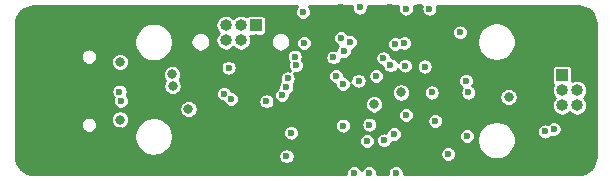
<source format=gbr>
G04 #@! TF.GenerationSoftware,KiCad,Pcbnew,(5.1.5)-3*
G04 #@! TF.CreationDate,2020-06-14T17:26:14+08:00*
G04 #@! TF.ProjectId,AdvancedSTLink,41647661-6e63-4656-9453-544c696e6b2e,rev?*
G04 #@! TF.SameCoordinates,Original*
G04 #@! TF.FileFunction,Copper,L3,Inr*
G04 #@! TF.FilePolarity,Positive*
%FSLAX46Y46*%
G04 Gerber Fmt 4.6, Leading zero omitted, Abs format (unit mm)*
G04 Created by KiCad (PCBNEW (5.1.5)-3) date 2020-06-14 17:26:14*
%MOMM*%
%LPD*%
G04 APERTURE LIST*
%ADD10O,2.100000X1.000000*%
%ADD11O,1.600000X1.000000*%
%ADD12R,1.000000X1.000000*%
%ADD13O,1.000000X1.000000*%
%ADD14C,0.800000*%
%ADD15C,0.600000*%
%ADD16C,0.254000*%
G04 APERTURE END LIST*
D10*
X169305000Y-108870000D03*
X169305000Y-100230000D03*
D11*
X165125000Y-100230000D03*
X165125000Y-108870000D03*
D12*
X208830000Y-103230000D03*
D13*
X210100000Y-103230000D03*
X208830000Y-104500000D03*
X210100000Y-104500000D03*
X208830000Y-105770000D03*
X210100000Y-105770000D03*
X180360000Y-100270000D03*
X180360000Y-99000000D03*
X181630000Y-100270000D03*
X181630000Y-99000000D03*
X182900000Y-100270000D03*
D12*
X182900000Y-99000000D03*
D14*
X189550000Y-100825000D03*
D15*
X200700000Y-111000000D03*
X190125000Y-97500000D03*
D14*
X207000000Y-103800000D03*
D15*
X199300000Y-99900000D03*
X201400000Y-102900000D03*
X174800000Y-106400000D03*
X188400000Y-109400000D03*
D14*
X209100000Y-98400000D03*
X209100000Y-100600000D03*
X209100000Y-108400000D03*
X207100000Y-99600000D03*
X207200000Y-109500000D03*
D15*
X196800000Y-97500000D03*
X183600000Y-111400000D03*
X171400000Y-101100000D03*
X171400000Y-107900000D03*
X171000000Y-108600000D03*
X170900000Y-100400000D03*
D14*
X204400000Y-103900000D03*
X202700000Y-103800000D03*
X180900000Y-111300000D03*
X180900000Y-110400000D03*
X196800000Y-100200000D03*
D15*
X201400000Y-105500000D03*
D14*
X196600000Y-104800000D03*
D15*
X184000000Y-107100000D03*
X184000000Y-107700000D03*
D14*
X191500000Y-104700000D03*
X194100000Y-104000000D03*
D15*
X197599984Y-111526197D03*
D14*
X193900000Y-107500000D03*
X187700000Y-109700000D03*
D15*
X194300000Y-97500000D03*
X182900000Y-102900000D03*
X183800000Y-104300000D03*
X197800000Y-104700000D03*
X197200000Y-102500000D03*
X200700000Y-103700000D03*
X200200000Y-99600000D03*
X186900000Y-97900001D03*
D14*
X195200000Y-104700000D03*
X177200000Y-106100000D03*
D15*
X195600000Y-106600000D03*
X199200000Y-109900000D03*
X192515000Y-107415000D03*
X187000000Y-100500000D03*
X197600000Y-97600000D03*
X193700000Y-101800000D03*
X193100000Y-103300000D03*
X198100000Y-107100000D03*
X185900000Y-108100000D03*
X185500000Y-110100000D03*
D14*
X204300000Y-105100000D03*
X192900000Y-105700000D03*
D15*
X200800000Y-108400000D03*
X191199994Y-111526803D03*
X189475000Y-101725000D03*
X180200000Y-104800000D03*
X171359518Y-104625148D03*
X180785653Y-105268522D03*
X171500000Y-105400000D03*
X194300000Y-102400000D03*
X195476721Y-100519991D03*
X207400000Y-108000000D03*
X195543129Y-102434949D03*
X194700000Y-100600000D03*
X208121145Y-107793959D03*
X191600000Y-103696732D03*
X200900000Y-104700000D03*
X190300000Y-104000000D03*
X192500000Y-111500000D03*
X194600000Y-108200000D03*
X192300000Y-108800000D03*
X185100000Y-104900000D03*
X191700000Y-97500000D03*
X185600000Y-103500000D03*
X194750000Y-111500000D03*
X189700000Y-103300000D03*
X195600000Y-97600000D03*
X190300000Y-107500000D03*
X190363442Y-101200000D03*
X186193934Y-101657536D03*
X185493934Y-104242464D03*
X186300000Y-102400000D03*
D14*
X171400000Y-107000000D03*
X171400000Y-102100000D03*
X175830000Y-103150000D03*
X175850000Y-104140000D03*
D15*
X183800000Y-105450000D03*
X180600000Y-102600000D03*
X190100000Y-100100000D03*
X193763629Y-108750000D03*
X190875000Y-100425000D03*
D16*
G36*
X172690601Y-97398665D02*
G01*
X172695409Y-97400124D01*
X172755058Y-97405999D01*
X186430923Y-97405999D01*
X186371033Y-97465889D01*
X186296506Y-97577427D01*
X186245171Y-97701361D01*
X186219000Y-97832928D01*
X186219000Y-97967074D01*
X186245171Y-98098641D01*
X186296506Y-98222575D01*
X186371033Y-98334113D01*
X186465888Y-98428968D01*
X186577426Y-98503495D01*
X186701360Y-98554830D01*
X186832927Y-98581001D01*
X186967073Y-98581001D01*
X187098640Y-98554830D01*
X187222574Y-98503495D01*
X187334112Y-98428968D01*
X187428967Y-98334113D01*
X187503494Y-98222575D01*
X187554829Y-98098641D01*
X187581000Y-97967074D01*
X187581000Y-97832928D01*
X187554829Y-97701361D01*
X187503494Y-97577427D01*
X187428967Y-97465889D01*
X187369077Y-97405999D01*
X191024356Y-97405999D01*
X191019000Y-97432927D01*
X191019000Y-97567073D01*
X191045171Y-97698640D01*
X191096506Y-97822574D01*
X191171033Y-97934112D01*
X191265888Y-98028967D01*
X191377426Y-98103494D01*
X191501360Y-98154829D01*
X191632927Y-98181000D01*
X191767073Y-98181000D01*
X191898640Y-98154829D01*
X192022574Y-98103494D01*
X192134112Y-98028967D01*
X192228967Y-97934112D01*
X192303494Y-97822574D01*
X192354829Y-97698640D01*
X192381000Y-97567073D01*
X192381000Y-97432927D01*
X192375644Y-97405999D01*
X194944248Y-97405999D01*
X194919000Y-97532927D01*
X194919000Y-97667073D01*
X194945171Y-97798640D01*
X194996506Y-97922574D01*
X195071033Y-98034112D01*
X195165888Y-98128967D01*
X195277426Y-98203494D01*
X195401360Y-98254829D01*
X195532927Y-98281000D01*
X195667073Y-98281000D01*
X195798640Y-98254829D01*
X195922574Y-98203494D01*
X196034112Y-98128967D01*
X196128967Y-98034112D01*
X196203494Y-97922574D01*
X196254829Y-97798640D01*
X196281000Y-97667073D01*
X196281000Y-97532927D01*
X196255752Y-97405999D01*
X196944248Y-97405999D01*
X196919000Y-97532927D01*
X196919000Y-97667073D01*
X196945171Y-97798640D01*
X196996506Y-97922574D01*
X197071033Y-98034112D01*
X197165888Y-98128967D01*
X197277426Y-98203494D01*
X197401360Y-98254829D01*
X197532927Y-98281000D01*
X197667073Y-98281000D01*
X197798640Y-98254829D01*
X197922574Y-98203494D01*
X198034112Y-98128967D01*
X198128967Y-98034112D01*
X198203494Y-97922574D01*
X198254829Y-97798640D01*
X198281000Y-97667073D01*
X198281000Y-97532927D01*
X198255752Y-97405999D01*
X201522940Y-97405999D01*
X201582589Y-97400124D01*
X201583869Y-97399736D01*
X201600942Y-97397941D01*
X207089559Y-97416999D01*
X207101127Y-97415850D01*
X210212196Y-97405989D01*
X210512357Y-97435420D01*
X210782605Y-97517013D01*
X211031854Y-97649541D01*
X211250614Y-97827957D01*
X211430556Y-98045469D01*
X211564821Y-98293789D01*
X211648297Y-98563455D01*
X211679794Y-98863132D01*
X211689064Y-110125936D01*
X211659587Y-110426572D01*
X211577994Y-110696818D01*
X211445467Y-110946065D01*
X211267046Y-111164831D01*
X211049535Y-111344771D01*
X210801222Y-111479033D01*
X210531550Y-111562510D01*
X210231929Y-111594002D01*
X195425365Y-111595403D01*
X195431000Y-111567073D01*
X195431000Y-111432927D01*
X195404829Y-111301360D01*
X195353494Y-111177426D01*
X195278967Y-111065888D01*
X195184112Y-110971033D01*
X195072574Y-110896506D01*
X194948640Y-110845171D01*
X194817073Y-110819000D01*
X194682927Y-110819000D01*
X194551360Y-110845171D01*
X194427426Y-110896506D01*
X194315888Y-110971033D01*
X194221033Y-111065888D01*
X194146506Y-111177426D01*
X194095171Y-111301360D01*
X194069000Y-111432927D01*
X194069000Y-111567073D01*
X194074661Y-111595531D01*
X193175322Y-111595616D01*
X193181000Y-111567073D01*
X193181000Y-111432927D01*
X193154829Y-111301360D01*
X193103494Y-111177426D01*
X193028967Y-111065888D01*
X192934112Y-110971033D01*
X192822574Y-110896506D01*
X192698640Y-110845171D01*
X192567073Y-110819000D01*
X192432927Y-110819000D01*
X192301360Y-110845171D01*
X192177426Y-110896506D01*
X192065888Y-110971033D01*
X191971033Y-111065888D01*
X191896506Y-111177426D01*
X191845171Y-111301360D01*
X191844701Y-111303725D01*
X191803488Y-111204229D01*
X191728961Y-111092691D01*
X191634106Y-110997836D01*
X191522568Y-110923309D01*
X191398634Y-110871974D01*
X191267067Y-110845803D01*
X191132921Y-110845803D01*
X191001354Y-110871974D01*
X190877420Y-110923309D01*
X190765882Y-110997836D01*
X190671027Y-111092691D01*
X190596500Y-111204229D01*
X190545165Y-111328163D01*
X190518994Y-111459730D01*
X190518994Y-111593876D01*
X190519390Y-111595868D01*
X164074381Y-111598371D01*
X163773601Y-111568880D01*
X163503355Y-111487287D01*
X163254108Y-111354760D01*
X163035342Y-111176339D01*
X162855402Y-110958828D01*
X162721140Y-110710515D01*
X162637663Y-110440843D01*
X162606173Y-110141235D01*
X162606145Y-108264360D01*
X172619000Y-108264360D01*
X172619000Y-108585640D01*
X172681678Y-108900745D01*
X172804626Y-109197568D01*
X172983119Y-109464702D01*
X173210298Y-109691881D01*
X173477432Y-109870374D01*
X173774255Y-109993322D01*
X174089360Y-110056000D01*
X174410640Y-110056000D01*
X174526636Y-110032927D01*
X184819000Y-110032927D01*
X184819000Y-110167073D01*
X184845171Y-110298640D01*
X184896506Y-110422574D01*
X184971033Y-110534112D01*
X185065888Y-110628967D01*
X185177426Y-110703494D01*
X185301360Y-110754829D01*
X185432927Y-110781000D01*
X185567073Y-110781000D01*
X185698640Y-110754829D01*
X185822574Y-110703494D01*
X185934112Y-110628967D01*
X186028967Y-110534112D01*
X186103494Y-110422574D01*
X186154829Y-110298640D01*
X186181000Y-110167073D01*
X186181000Y-110032927D01*
X186154829Y-109901360D01*
X186126484Y-109832927D01*
X198519000Y-109832927D01*
X198519000Y-109967073D01*
X198545171Y-110098640D01*
X198596506Y-110222574D01*
X198671033Y-110334112D01*
X198765888Y-110428967D01*
X198877426Y-110503494D01*
X199001360Y-110554829D01*
X199132927Y-110581000D01*
X199267073Y-110581000D01*
X199398640Y-110554829D01*
X199522574Y-110503494D01*
X199634112Y-110428967D01*
X199728967Y-110334112D01*
X199803494Y-110222574D01*
X199854829Y-110098640D01*
X199881000Y-109967073D01*
X199881000Y-109832927D01*
X199854829Y-109701360D01*
X199803494Y-109577426D01*
X199728967Y-109465888D01*
X199634112Y-109371033D01*
X199522574Y-109296506D01*
X199398640Y-109245171D01*
X199267073Y-109219000D01*
X199132927Y-109219000D01*
X199001360Y-109245171D01*
X198877426Y-109296506D01*
X198765888Y-109371033D01*
X198671033Y-109465888D01*
X198596506Y-109577426D01*
X198545171Y-109701360D01*
X198519000Y-109832927D01*
X186126484Y-109832927D01*
X186103494Y-109777426D01*
X186028967Y-109665888D01*
X185934112Y-109571033D01*
X185822574Y-109496506D01*
X185698640Y-109445171D01*
X185567073Y-109419000D01*
X185432927Y-109419000D01*
X185301360Y-109445171D01*
X185177426Y-109496506D01*
X185065888Y-109571033D01*
X184971033Y-109665888D01*
X184896506Y-109777426D01*
X184845171Y-109901360D01*
X184819000Y-110032927D01*
X174526636Y-110032927D01*
X174725745Y-109993322D01*
X175022568Y-109870374D01*
X175289702Y-109691881D01*
X175516881Y-109464702D01*
X175695374Y-109197568D01*
X175818322Y-108900745D01*
X175881000Y-108585640D01*
X175881000Y-108264360D01*
X175834966Y-108032927D01*
X185219000Y-108032927D01*
X185219000Y-108167073D01*
X185245171Y-108298640D01*
X185296506Y-108422574D01*
X185371033Y-108534112D01*
X185465888Y-108628967D01*
X185577426Y-108703494D01*
X185701360Y-108754829D01*
X185832927Y-108781000D01*
X185967073Y-108781000D01*
X186098640Y-108754829D01*
X186151516Y-108732927D01*
X191619000Y-108732927D01*
X191619000Y-108867073D01*
X191645171Y-108998640D01*
X191696506Y-109122574D01*
X191771033Y-109234112D01*
X191865888Y-109328967D01*
X191977426Y-109403494D01*
X192101360Y-109454829D01*
X192232927Y-109481000D01*
X192367073Y-109481000D01*
X192498640Y-109454829D01*
X192622574Y-109403494D01*
X192734112Y-109328967D01*
X192828967Y-109234112D01*
X192903494Y-109122574D01*
X192954829Y-108998640D01*
X192981000Y-108867073D01*
X192981000Y-108732927D01*
X192971055Y-108682927D01*
X193082629Y-108682927D01*
X193082629Y-108817073D01*
X193108800Y-108948640D01*
X193160135Y-109072574D01*
X193234662Y-109184112D01*
X193329517Y-109278967D01*
X193441055Y-109353494D01*
X193564989Y-109404829D01*
X193696556Y-109431000D01*
X193830702Y-109431000D01*
X193962269Y-109404829D01*
X194086203Y-109353494D01*
X194197741Y-109278967D01*
X194292596Y-109184112D01*
X194367123Y-109072574D01*
X194418458Y-108948640D01*
X194435758Y-108861671D01*
X194532927Y-108881000D01*
X194667073Y-108881000D01*
X194798640Y-108854829D01*
X194922574Y-108803494D01*
X195034112Y-108728967D01*
X195128967Y-108634112D01*
X195203494Y-108522574D01*
X195254829Y-108398640D01*
X195267900Y-108332927D01*
X200119000Y-108332927D01*
X200119000Y-108467073D01*
X200145171Y-108598640D01*
X200196506Y-108722574D01*
X200271033Y-108834112D01*
X200365888Y-108928967D01*
X200477426Y-109003494D01*
X200601360Y-109054829D01*
X200732927Y-109081000D01*
X200867073Y-109081000D01*
X200998640Y-109054829D01*
X201122574Y-109003494D01*
X201234112Y-108928967D01*
X201328967Y-108834112D01*
X201403494Y-108722574D01*
X201454829Y-108598640D01*
X201461647Y-108564360D01*
X201644000Y-108564360D01*
X201644000Y-108885640D01*
X201706678Y-109200745D01*
X201829626Y-109497568D01*
X202008119Y-109764702D01*
X202235298Y-109991881D01*
X202502432Y-110170374D01*
X202799255Y-110293322D01*
X203114360Y-110356000D01*
X203435640Y-110356000D01*
X203750745Y-110293322D01*
X204047568Y-110170374D01*
X204314702Y-109991881D01*
X204541881Y-109764702D01*
X204720374Y-109497568D01*
X204843322Y-109200745D01*
X204906000Y-108885640D01*
X204906000Y-108564360D01*
X204843322Y-108249255D01*
X204720374Y-107952432D01*
X204707342Y-107932927D01*
X206719000Y-107932927D01*
X206719000Y-108067073D01*
X206745171Y-108198640D01*
X206796506Y-108322574D01*
X206871033Y-108434112D01*
X206965888Y-108528967D01*
X207077426Y-108603494D01*
X207201360Y-108654829D01*
X207332927Y-108681000D01*
X207467073Y-108681000D01*
X207598640Y-108654829D01*
X207722574Y-108603494D01*
X207834112Y-108528967D01*
X207916697Y-108446382D01*
X207922505Y-108448788D01*
X208054072Y-108474959D01*
X208188218Y-108474959D01*
X208319785Y-108448788D01*
X208443719Y-108397453D01*
X208555257Y-108322926D01*
X208650112Y-108228071D01*
X208724639Y-108116533D01*
X208775974Y-107992599D01*
X208802145Y-107861032D01*
X208802145Y-107726886D01*
X208775974Y-107595319D01*
X208724639Y-107471385D01*
X208650112Y-107359847D01*
X208555257Y-107264992D01*
X208443719Y-107190465D01*
X208319785Y-107139130D01*
X208188218Y-107112959D01*
X208054072Y-107112959D01*
X207922505Y-107139130D01*
X207798571Y-107190465D01*
X207687033Y-107264992D01*
X207604448Y-107347577D01*
X207598640Y-107345171D01*
X207467073Y-107319000D01*
X207332927Y-107319000D01*
X207201360Y-107345171D01*
X207077426Y-107396506D01*
X206965888Y-107471033D01*
X206871033Y-107565888D01*
X206796506Y-107677426D01*
X206745171Y-107801360D01*
X206719000Y-107932927D01*
X204707342Y-107932927D01*
X204541881Y-107685298D01*
X204314702Y-107458119D01*
X204047568Y-107279626D01*
X203750745Y-107156678D01*
X203435640Y-107094000D01*
X203114360Y-107094000D01*
X202799255Y-107156678D01*
X202502432Y-107279626D01*
X202235298Y-107458119D01*
X202008119Y-107685298D01*
X201829626Y-107952432D01*
X201706678Y-108249255D01*
X201644000Y-108564360D01*
X201461647Y-108564360D01*
X201481000Y-108467073D01*
X201481000Y-108332927D01*
X201454829Y-108201360D01*
X201403494Y-108077426D01*
X201328967Y-107965888D01*
X201234112Y-107871033D01*
X201122574Y-107796506D01*
X200998640Y-107745171D01*
X200867073Y-107719000D01*
X200732927Y-107719000D01*
X200601360Y-107745171D01*
X200477426Y-107796506D01*
X200365888Y-107871033D01*
X200271033Y-107965888D01*
X200196506Y-108077426D01*
X200145171Y-108201360D01*
X200119000Y-108332927D01*
X195267900Y-108332927D01*
X195281000Y-108267073D01*
X195281000Y-108132927D01*
X195254829Y-108001360D01*
X195203494Y-107877426D01*
X195128967Y-107765888D01*
X195034112Y-107671033D01*
X194922574Y-107596506D01*
X194798640Y-107545171D01*
X194667073Y-107519000D01*
X194532927Y-107519000D01*
X194401360Y-107545171D01*
X194277426Y-107596506D01*
X194165888Y-107671033D01*
X194071033Y-107765888D01*
X193996506Y-107877426D01*
X193945171Y-108001360D01*
X193927871Y-108088329D01*
X193830702Y-108069000D01*
X193696556Y-108069000D01*
X193564989Y-108095171D01*
X193441055Y-108146506D01*
X193329517Y-108221033D01*
X193234662Y-108315888D01*
X193160135Y-108427426D01*
X193108800Y-108551360D01*
X193082629Y-108682927D01*
X192971055Y-108682927D01*
X192954829Y-108601360D01*
X192903494Y-108477426D01*
X192828967Y-108365888D01*
X192734112Y-108271033D01*
X192622574Y-108196506D01*
X192498640Y-108145171D01*
X192367073Y-108119000D01*
X192232927Y-108119000D01*
X192101360Y-108145171D01*
X191977426Y-108196506D01*
X191865888Y-108271033D01*
X191771033Y-108365888D01*
X191696506Y-108477426D01*
X191645171Y-108601360D01*
X191619000Y-108732927D01*
X186151516Y-108732927D01*
X186222574Y-108703494D01*
X186334112Y-108628967D01*
X186428967Y-108534112D01*
X186503494Y-108422574D01*
X186554829Y-108298640D01*
X186581000Y-108167073D01*
X186581000Y-108032927D01*
X186554829Y-107901360D01*
X186503494Y-107777426D01*
X186428967Y-107665888D01*
X186334112Y-107571033D01*
X186222574Y-107496506D01*
X186098640Y-107445171D01*
X186037087Y-107432927D01*
X189619000Y-107432927D01*
X189619000Y-107567073D01*
X189645171Y-107698640D01*
X189696506Y-107822574D01*
X189771033Y-107934112D01*
X189865888Y-108028967D01*
X189977426Y-108103494D01*
X190101360Y-108154829D01*
X190232927Y-108181000D01*
X190367073Y-108181000D01*
X190498640Y-108154829D01*
X190622574Y-108103494D01*
X190734112Y-108028967D01*
X190828967Y-107934112D01*
X190903494Y-107822574D01*
X190954829Y-107698640D01*
X190981000Y-107567073D01*
X190981000Y-107432927D01*
X190964092Y-107347927D01*
X191834000Y-107347927D01*
X191834000Y-107482073D01*
X191860171Y-107613640D01*
X191911506Y-107737574D01*
X191986033Y-107849112D01*
X192080888Y-107943967D01*
X192192426Y-108018494D01*
X192316360Y-108069829D01*
X192447927Y-108096000D01*
X192582073Y-108096000D01*
X192713640Y-108069829D01*
X192837574Y-108018494D01*
X192949112Y-107943967D01*
X193043967Y-107849112D01*
X193118494Y-107737574D01*
X193169829Y-107613640D01*
X193196000Y-107482073D01*
X193196000Y-107347927D01*
X193169829Y-107216360D01*
X193118494Y-107092426D01*
X193043967Y-106980888D01*
X192949112Y-106886033D01*
X192837574Y-106811506D01*
X192713640Y-106760171D01*
X192582073Y-106734000D01*
X192447927Y-106734000D01*
X192316360Y-106760171D01*
X192192426Y-106811506D01*
X192080888Y-106886033D01*
X191986033Y-106980888D01*
X191911506Y-107092426D01*
X191860171Y-107216360D01*
X191834000Y-107347927D01*
X190964092Y-107347927D01*
X190954829Y-107301360D01*
X190903494Y-107177426D01*
X190828967Y-107065888D01*
X190734112Y-106971033D01*
X190622574Y-106896506D01*
X190498640Y-106845171D01*
X190367073Y-106819000D01*
X190232927Y-106819000D01*
X190101360Y-106845171D01*
X189977426Y-106896506D01*
X189865888Y-106971033D01*
X189771033Y-107065888D01*
X189696506Y-107177426D01*
X189645171Y-107301360D01*
X189619000Y-107432927D01*
X186037087Y-107432927D01*
X185967073Y-107419000D01*
X185832927Y-107419000D01*
X185701360Y-107445171D01*
X185577426Y-107496506D01*
X185465888Y-107571033D01*
X185371033Y-107665888D01*
X185296506Y-107777426D01*
X185245171Y-107901360D01*
X185219000Y-108032927D01*
X175834966Y-108032927D01*
X175818322Y-107949255D01*
X175695374Y-107652432D01*
X175516881Y-107385298D01*
X175289702Y-107158119D01*
X175022568Y-106979626D01*
X174725745Y-106856678D01*
X174410640Y-106794000D01*
X174089360Y-106794000D01*
X173774255Y-106856678D01*
X173477432Y-106979626D01*
X173210298Y-107158119D01*
X172983119Y-107385298D01*
X172804626Y-107652432D01*
X172681678Y-107949255D01*
X172619000Y-108264360D01*
X162606145Y-108264360D01*
X162606131Y-107370465D01*
X168069000Y-107370465D01*
X168069000Y-107509535D01*
X168096131Y-107645933D01*
X168149351Y-107774416D01*
X168226614Y-107890049D01*
X168324951Y-107988386D01*
X168440584Y-108065649D01*
X168569067Y-108118869D01*
X168705465Y-108146000D01*
X168844535Y-108146000D01*
X168980933Y-108118869D01*
X169109416Y-108065649D01*
X169225049Y-107988386D01*
X169323386Y-107890049D01*
X169400649Y-107774416D01*
X169453869Y-107645933D01*
X169481000Y-107509535D01*
X169481000Y-107370465D01*
X169453869Y-107234067D01*
X169400649Y-107105584D01*
X169323386Y-106989951D01*
X169256513Y-106923078D01*
X170619000Y-106923078D01*
X170619000Y-107076922D01*
X170649013Y-107227809D01*
X170707887Y-107369942D01*
X170793358Y-107497859D01*
X170902141Y-107606642D01*
X171030058Y-107692113D01*
X171172191Y-107750987D01*
X171323078Y-107781000D01*
X171476922Y-107781000D01*
X171627809Y-107750987D01*
X171769942Y-107692113D01*
X171897859Y-107606642D01*
X172006642Y-107497859D01*
X172092113Y-107369942D01*
X172150987Y-107227809D01*
X172181000Y-107076922D01*
X172181000Y-106923078D01*
X172150987Y-106772191D01*
X172092113Y-106630058D01*
X172006642Y-106502141D01*
X171897859Y-106393358D01*
X171769942Y-106307887D01*
X171627809Y-106249013D01*
X171476922Y-106219000D01*
X171323078Y-106219000D01*
X171172191Y-106249013D01*
X171030058Y-106307887D01*
X170902141Y-106393358D01*
X170793358Y-106502141D01*
X170707887Y-106630058D01*
X170649013Y-106772191D01*
X170619000Y-106923078D01*
X169256513Y-106923078D01*
X169225049Y-106891614D01*
X169109416Y-106814351D01*
X168980933Y-106761131D01*
X168844535Y-106734000D01*
X168705465Y-106734000D01*
X168569067Y-106761131D01*
X168440584Y-106814351D01*
X168324951Y-106891614D01*
X168226614Y-106989951D01*
X168149351Y-107105584D01*
X168096131Y-107234067D01*
X168069000Y-107370465D01*
X162606131Y-107370465D01*
X162606088Y-104558075D01*
X170678518Y-104558075D01*
X170678518Y-104692221D01*
X170704689Y-104823788D01*
X170756024Y-104947722D01*
X170830551Y-105059260D01*
X170882509Y-105111218D01*
X170845171Y-105201360D01*
X170819000Y-105332927D01*
X170819000Y-105467073D01*
X170845171Y-105598640D01*
X170896506Y-105722574D01*
X170971033Y-105834112D01*
X171065888Y-105928967D01*
X171177426Y-106003494D01*
X171301360Y-106054829D01*
X171432927Y-106081000D01*
X171567073Y-106081000D01*
X171698640Y-106054829D01*
X171775293Y-106023078D01*
X176419000Y-106023078D01*
X176419000Y-106176922D01*
X176449013Y-106327809D01*
X176507887Y-106469942D01*
X176593358Y-106597859D01*
X176702141Y-106706642D01*
X176830058Y-106792113D01*
X176972191Y-106850987D01*
X177123078Y-106881000D01*
X177276922Y-106881000D01*
X177427809Y-106850987D01*
X177569942Y-106792113D01*
X177697859Y-106706642D01*
X177806642Y-106597859D01*
X177850027Y-106532927D01*
X194919000Y-106532927D01*
X194919000Y-106667073D01*
X194945171Y-106798640D01*
X194996506Y-106922574D01*
X195071033Y-107034112D01*
X195165888Y-107128967D01*
X195277426Y-107203494D01*
X195401360Y-107254829D01*
X195532927Y-107281000D01*
X195667073Y-107281000D01*
X195798640Y-107254829D01*
X195922574Y-107203494D01*
X196034112Y-107128967D01*
X196128967Y-107034112D01*
X196129758Y-107032927D01*
X197419000Y-107032927D01*
X197419000Y-107167073D01*
X197445171Y-107298640D01*
X197496506Y-107422574D01*
X197571033Y-107534112D01*
X197665888Y-107628967D01*
X197777426Y-107703494D01*
X197901360Y-107754829D01*
X198032927Y-107781000D01*
X198167073Y-107781000D01*
X198298640Y-107754829D01*
X198422574Y-107703494D01*
X198534112Y-107628967D01*
X198628967Y-107534112D01*
X198703494Y-107422574D01*
X198754829Y-107298640D01*
X198781000Y-107167073D01*
X198781000Y-107032927D01*
X198754829Y-106901360D01*
X198703494Y-106777426D01*
X198628967Y-106665888D01*
X198534112Y-106571033D01*
X198422574Y-106496506D01*
X198298640Y-106445171D01*
X198167073Y-106419000D01*
X198032927Y-106419000D01*
X197901360Y-106445171D01*
X197777426Y-106496506D01*
X197665888Y-106571033D01*
X197571033Y-106665888D01*
X197496506Y-106777426D01*
X197445171Y-106901360D01*
X197419000Y-107032927D01*
X196129758Y-107032927D01*
X196203494Y-106922574D01*
X196254829Y-106798640D01*
X196281000Y-106667073D01*
X196281000Y-106532927D01*
X196254829Y-106401360D01*
X196203494Y-106277426D01*
X196128967Y-106165888D01*
X196034112Y-106071033D01*
X195922574Y-105996506D01*
X195798640Y-105945171D01*
X195667073Y-105919000D01*
X195532927Y-105919000D01*
X195401360Y-105945171D01*
X195277426Y-105996506D01*
X195165888Y-106071033D01*
X195071033Y-106165888D01*
X194996506Y-106277426D01*
X194945171Y-106401360D01*
X194919000Y-106532927D01*
X177850027Y-106532927D01*
X177892113Y-106469942D01*
X177950987Y-106327809D01*
X177981000Y-106176922D01*
X177981000Y-106023078D01*
X177950987Y-105872191D01*
X177892113Y-105730058D01*
X177806642Y-105602141D01*
X177697859Y-105493358D01*
X177569942Y-105407887D01*
X177427809Y-105349013D01*
X177276922Y-105319000D01*
X177123078Y-105319000D01*
X176972191Y-105349013D01*
X176830058Y-105407887D01*
X176702141Y-105493358D01*
X176593358Y-105602141D01*
X176507887Y-105730058D01*
X176449013Y-105872191D01*
X176419000Y-106023078D01*
X171775293Y-106023078D01*
X171822574Y-106003494D01*
X171934112Y-105928967D01*
X172028967Y-105834112D01*
X172103494Y-105722574D01*
X172154829Y-105598640D01*
X172181000Y-105467073D01*
X172181000Y-105332927D01*
X172154829Y-105201360D01*
X172103494Y-105077426D01*
X172028967Y-104965888D01*
X171977009Y-104913930D01*
X172014347Y-104823788D01*
X172040518Y-104692221D01*
X172040518Y-104558075D01*
X172014347Y-104426508D01*
X171963012Y-104302574D01*
X171888485Y-104191036D01*
X171793630Y-104096181D01*
X171682092Y-104021654D01*
X171558158Y-103970319D01*
X171426591Y-103944148D01*
X171292445Y-103944148D01*
X171160878Y-103970319D01*
X171036944Y-104021654D01*
X170925406Y-104096181D01*
X170830551Y-104191036D01*
X170756024Y-104302574D01*
X170704689Y-104426508D01*
X170678518Y-104558075D01*
X162606088Y-104558075D01*
X162606065Y-103073078D01*
X175049000Y-103073078D01*
X175049000Y-103226922D01*
X175079013Y-103377809D01*
X175137887Y-103519942D01*
X175223358Y-103647859D01*
X175233057Y-103657558D01*
X175157887Y-103770058D01*
X175099013Y-103912191D01*
X175069000Y-104063078D01*
X175069000Y-104216922D01*
X175099013Y-104367809D01*
X175157887Y-104509942D01*
X175243358Y-104637859D01*
X175352141Y-104746642D01*
X175480058Y-104832113D01*
X175622191Y-104890987D01*
X175773078Y-104921000D01*
X175926922Y-104921000D01*
X176077809Y-104890987D01*
X176219942Y-104832113D01*
X176347859Y-104746642D01*
X176361574Y-104732927D01*
X179519000Y-104732927D01*
X179519000Y-104867073D01*
X179545171Y-104998640D01*
X179596506Y-105122574D01*
X179671033Y-105234112D01*
X179765888Y-105328967D01*
X179877426Y-105403494D01*
X180001360Y-105454829D01*
X180132927Y-105481000D01*
X180136556Y-105481000D01*
X180182159Y-105591096D01*
X180256686Y-105702634D01*
X180351541Y-105797489D01*
X180463079Y-105872016D01*
X180587013Y-105923351D01*
X180718580Y-105949522D01*
X180852726Y-105949522D01*
X180984293Y-105923351D01*
X181108227Y-105872016D01*
X181219765Y-105797489D01*
X181314620Y-105702634D01*
X181389147Y-105591096D01*
X181440482Y-105467162D01*
X181457237Y-105382927D01*
X183119000Y-105382927D01*
X183119000Y-105517073D01*
X183145171Y-105648640D01*
X183196506Y-105772574D01*
X183271033Y-105884112D01*
X183365888Y-105978967D01*
X183477426Y-106053494D01*
X183601360Y-106104829D01*
X183732927Y-106131000D01*
X183867073Y-106131000D01*
X183998640Y-106104829D01*
X184122574Y-106053494D01*
X184234112Y-105978967D01*
X184328967Y-105884112D01*
X184403494Y-105772574D01*
X184454829Y-105648640D01*
X184459913Y-105623078D01*
X192119000Y-105623078D01*
X192119000Y-105776922D01*
X192149013Y-105927809D01*
X192207887Y-106069942D01*
X192293358Y-106197859D01*
X192402141Y-106306642D01*
X192530058Y-106392113D01*
X192672191Y-106450987D01*
X192823078Y-106481000D01*
X192976922Y-106481000D01*
X193127809Y-106450987D01*
X193269942Y-106392113D01*
X193397859Y-106306642D01*
X193506642Y-106197859D01*
X193592113Y-106069942D01*
X193650987Y-105927809D01*
X193681000Y-105776922D01*
X193681000Y-105623078D01*
X193650987Y-105472191D01*
X193592113Y-105330058D01*
X193506642Y-105202141D01*
X193397859Y-105093358D01*
X193269942Y-105007887D01*
X193127809Y-104949013D01*
X192976922Y-104919000D01*
X192823078Y-104919000D01*
X192672191Y-104949013D01*
X192530058Y-105007887D01*
X192402141Y-105093358D01*
X192293358Y-105202141D01*
X192207887Y-105330058D01*
X192149013Y-105472191D01*
X192119000Y-105623078D01*
X184459913Y-105623078D01*
X184481000Y-105517073D01*
X184481000Y-105382927D01*
X184454829Y-105251360D01*
X184403494Y-105127426D01*
X184328967Y-105015888D01*
X184234112Y-104921033D01*
X184122574Y-104846506D01*
X184089792Y-104832927D01*
X184419000Y-104832927D01*
X184419000Y-104967073D01*
X184445171Y-105098640D01*
X184496506Y-105222574D01*
X184571033Y-105334112D01*
X184665888Y-105428967D01*
X184777426Y-105503494D01*
X184901360Y-105554829D01*
X185032927Y-105581000D01*
X185167073Y-105581000D01*
X185298640Y-105554829D01*
X185422574Y-105503494D01*
X185534112Y-105428967D01*
X185628967Y-105334112D01*
X185703494Y-105222574D01*
X185754829Y-105098640D01*
X185781000Y-104967073D01*
X185781000Y-104860666D01*
X185816508Y-104845958D01*
X185928046Y-104771431D01*
X186022901Y-104676576D01*
X186097428Y-104565038D01*
X186148763Y-104441104D01*
X186174934Y-104309537D01*
X186174934Y-104175391D01*
X186148763Y-104043824D01*
X186110831Y-103952248D01*
X186128967Y-103934112D01*
X186203494Y-103822574D01*
X186254829Y-103698640D01*
X186281000Y-103567073D01*
X186281000Y-103432927D01*
X186254829Y-103301360D01*
X186226484Y-103232927D01*
X189019000Y-103232927D01*
X189019000Y-103367073D01*
X189045171Y-103498640D01*
X189096506Y-103622574D01*
X189171033Y-103734112D01*
X189265888Y-103828967D01*
X189377426Y-103903494D01*
X189501360Y-103954829D01*
X189619000Y-103978230D01*
X189619000Y-104067073D01*
X189645171Y-104198640D01*
X189696506Y-104322574D01*
X189771033Y-104434112D01*
X189865888Y-104528967D01*
X189977426Y-104603494D01*
X190101360Y-104654829D01*
X190232927Y-104681000D01*
X190367073Y-104681000D01*
X190498640Y-104654829D01*
X190575293Y-104623078D01*
X194419000Y-104623078D01*
X194419000Y-104776922D01*
X194449013Y-104927809D01*
X194507887Y-105069942D01*
X194593358Y-105197859D01*
X194702141Y-105306642D01*
X194830058Y-105392113D01*
X194972191Y-105450987D01*
X195123078Y-105481000D01*
X195276922Y-105481000D01*
X195427809Y-105450987D01*
X195569942Y-105392113D01*
X195697859Y-105306642D01*
X195806642Y-105197859D01*
X195892113Y-105069942D01*
X195950987Y-104927809D01*
X195981000Y-104776922D01*
X195981000Y-104632927D01*
X197119000Y-104632927D01*
X197119000Y-104767073D01*
X197145171Y-104898640D01*
X197196506Y-105022574D01*
X197271033Y-105134112D01*
X197365888Y-105228967D01*
X197477426Y-105303494D01*
X197601360Y-105354829D01*
X197732927Y-105381000D01*
X197867073Y-105381000D01*
X197998640Y-105354829D01*
X198122574Y-105303494D01*
X198234112Y-105228967D01*
X198328967Y-105134112D01*
X198403494Y-105022574D01*
X198454829Y-104898640D01*
X198481000Y-104767073D01*
X198481000Y-104632927D01*
X198454829Y-104501360D01*
X198403494Y-104377426D01*
X198328967Y-104265888D01*
X198234112Y-104171033D01*
X198122574Y-104096506D01*
X197998640Y-104045171D01*
X197867073Y-104019000D01*
X197732927Y-104019000D01*
X197601360Y-104045171D01*
X197477426Y-104096506D01*
X197365888Y-104171033D01*
X197271033Y-104265888D01*
X197196506Y-104377426D01*
X197145171Y-104501360D01*
X197119000Y-104632927D01*
X195981000Y-104632927D01*
X195981000Y-104623078D01*
X195950987Y-104472191D01*
X195892113Y-104330058D01*
X195806642Y-104202141D01*
X195697859Y-104093358D01*
X195569942Y-104007887D01*
X195427809Y-103949013D01*
X195276922Y-103919000D01*
X195123078Y-103919000D01*
X194972191Y-103949013D01*
X194830058Y-104007887D01*
X194702141Y-104093358D01*
X194593358Y-104202141D01*
X194507887Y-104330058D01*
X194449013Y-104472191D01*
X194419000Y-104623078D01*
X190575293Y-104623078D01*
X190622574Y-104603494D01*
X190734112Y-104528967D01*
X190828967Y-104434112D01*
X190903494Y-104322574D01*
X190954829Y-104198640D01*
X190981000Y-104067073D01*
X190981000Y-103981871D01*
X190996506Y-104019306D01*
X191071033Y-104130844D01*
X191165888Y-104225699D01*
X191277426Y-104300226D01*
X191401360Y-104351561D01*
X191532927Y-104377732D01*
X191667073Y-104377732D01*
X191798640Y-104351561D01*
X191922574Y-104300226D01*
X192034112Y-104225699D01*
X192128967Y-104130844D01*
X192203494Y-104019306D01*
X192254829Y-103895372D01*
X192281000Y-103763805D01*
X192281000Y-103629659D01*
X192254829Y-103498092D01*
X192203494Y-103374158D01*
X192128967Y-103262620D01*
X192099274Y-103232927D01*
X192419000Y-103232927D01*
X192419000Y-103367073D01*
X192445171Y-103498640D01*
X192496506Y-103622574D01*
X192571033Y-103734112D01*
X192665888Y-103828967D01*
X192777426Y-103903494D01*
X192901360Y-103954829D01*
X193032927Y-103981000D01*
X193167073Y-103981000D01*
X193298640Y-103954829D01*
X193422574Y-103903494D01*
X193534112Y-103828967D01*
X193628967Y-103734112D01*
X193696576Y-103632927D01*
X200019000Y-103632927D01*
X200019000Y-103767073D01*
X200045171Y-103898640D01*
X200096506Y-104022574D01*
X200171033Y-104134112D01*
X200265888Y-104228967D01*
X200355635Y-104288933D01*
X200296506Y-104377426D01*
X200245171Y-104501360D01*
X200219000Y-104632927D01*
X200219000Y-104767073D01*
X200245171Y-104898640D01*
X200296506Y-105022574D01*
X200371033Y-105134112D01*
X200465888Y-105228967D01*
X200577426Y-105303494D01*
X200701360Y-105354829D01*
X200832927Y-105381000D01*
X200967073Y-105381000D01*
X201098640Y-105354829D01*
X201222574Y-105303494D01*
X201334112Y-105228967D01*
X201428967Y-105134112D01*
X201503157Y-105023078D01*
X203519000Y-105023078D01*
X203519000Y-105176922D01*
X203549013Y-105327809D01*
X203607887Y-105469942D01*
X203693358Y-105597859D01*
X203802141Y-105706642D01*
X203930058Y-105792113D01*
X204072191Y-105850987D01*
X204223078Y-105881000D01*
X204376922Y-105881000D01*
X204527809Y-105850987D01*
X204669942Y-105792113D01*
X204797859Y-105706642D01*
X204906642Y-105597859D01*
X204992113Y-105469942D01*
X205050987Y-105327809D01*
X205081000Y-105176922D01*
X205081000Y-105023078D01*
X205050987Y-104872191D01*
X204992113Y-104730058D01*
X204906642Y-104602141D01*
X204797859Y-104493358D01*
X204669942Y-104407887D01*
X204527809Y-104349013D01*
X204376922Y-104319000D01*
X204223078Y-104319000D01*
X204072191Y-104349013D01*
X203930058Y-104407887D01*
X203802141Y-104493358D01*
X203693358Y-104602141D01*
X203607887Y-104730058D01*
X203549013Y-104872191D01*
X203519000Y-105023078D01*
X201503157Y-105023078D01*
X201503494Y-105022574D01*
X201554829Y-104898640D01*
X201581000Y-104767073D01*
X201581000Y-104632927D01*
X201554829Y-104501360D01*
X201503494Y-104377426D01*
X201428967Y-104265888D01*
X201334112Y-104171033D01*
X201244365Y-104111067D01*
X201303494Y-104022574D01*
X201354829Y-103898640D01*
X201381000Y-103767073D01*
X201381000Y-103632927D01*
X201354829Y-103501360D01*
X201303494Y-103377426D01*
X201228967Y-103265888D01*
X201134112Y-103171033D01*
X201022574Y-103096506D01*
X200898640Y-103045171D01*
X200767073Y-103019000D01*
X200632927Y-103019000D01*
X200501360Y-103045171D01*
X200377426Y-103096506D01*
X200265888Y-103171033D01*
X200171033Y-103265888D01*
X200096506Y-103377426D01*
X200045171Y-103501360D01*
X200019000Y-103632927D01*
X193696576Y-103632927D01*
X193703494Y-103622574D01*
X193754829Y-103498640D01*
X193781000Y-103367073D01*
X193781000Y-103232927D01*
X193754829Y-103101360D01*
X193703494Y-102977426D01*
X193628967Y-102865888D01*
X193534112Y-102771033D01*
X193422574Y-102696506D01*
X193298640Y-102645171D01*
X193167073Y-102619000D01*
X193032927Y-102619000D01*
X192901360Y-102645171D01*
X192777426Y-102696506D01*
X192665888Y-102771033D01*
X192571033Y-102865888D01*
X192496506Y-102977426D01*
X192445171Y-103101360D01*
X192419000Y-103232927D01*
X192099274Y-103232927D01*
X192034112Y-103167765D01*
X191922574Y-103093238D01*
X191798640Y-103041903D01*
X191667073Y-103015732D01*
X191532927Y-103015732D01*
X191401360Y-103041903D01*
X191277426Y-103093238D01*
X191165888Y-103167765D01*
X191071033Y-103262620D01*
X190996506Y-103374158D01*
X190945171Y-103498092D01*
X190919000Y-103629659D01*
X190919000Y-103714861D01*
X190903494Y-103677426D01*
X190828967Y-103565888D01*
X190734112Y-103471033D01*
X190622574Y-103396506D01*
X190498640Y-103345171D01*
X190381000Y-103321770D01*
X190381000Y-103232927D01*
X190354829Y-103101360D01*
X190303494Y-102977426D01*
X190228967Y-102865888D01*
X190134112Y-102771033D01*
X190022574Y-102696506D01*
X189898640Y-102645171D01*
X189767073Y-102619000D01*
X189632927Y-102619000D01*
X189501360Y-102645171D01*
X189377426Y-102696506D01*
X189265888Y-102771033D01*
X189171033Y-102865888D01*
X189096506Y-102977426D01*
X189045171Y-103101360D01*
X189019000Y-103232927D01*
X186226484Y-103232927D01*
X186203494Y-103177426D01*
X186128967Y-103065888D01*
X186122017Y-103058938D01*
X186232927Y-103081000D01*
X186367073Y-103081000D01*
X186498640Y-103054829D01*
X186622574Y-103003494D01*
X186734112Y-102928967D01*
X186828967Y-102834112D01*
X186903494Y-102722574D01*
X186954829Y-102598640D01*
X186981000Y-102467073D01*
X186981000Y-102332927D01*
X186954829Y-102201360D01*
X186903494Y-102077426D01*
X186828967Y-101965888D01*
X186810831Y-101947752D01*
X186848763Y-101856176D01*
X186874934Y-101724609D01*
X186874934Y-101657927D01*
X188794000Y-101657927D01*
X188794000Y-101792073D01*
X188820171Y-101923640D01*
X188871506Y-102047574D01*
X188946033Y-102159112D01*
X189040888Y-102253967D01*
X189152426Y-102328494D01*
X189276360Y-102379829D01*
X189407927Y-102406000D01*
X189542073Y-102406000D01*
X189673640Y-102379829D01*
X189797574Y-102328494D01*
X189909112Y-102253967D01*
X190003967Y-102159112D01*
X190078494Y-102047574D01*
X190129829Y-101923640D01*
X190145137Y-101846684D01*
X190164802Y-101854829D01*
X190296369Y-101881000D01*
X190430515Y-101881000D01*
X190562082Y-101854829D01*
X190686016Y-101803494D01*
X190791627Y-101732927D01*
X193019000Y-101732927D01*
X193019000Y-101867073D01*
X193045171Y-101998640D01*
X193096506Y-102122574D01*
X193171033Y-102234112D01*
X193265888Y-102328967D01*
X193377426Y-102403494D01*
X193501360Y-102454829D01*
X193621311Y-102478689D01*
X193645171Y-102598640D01*
X193696506Y-102722574D01*
X193771033Y-102834112D01*
X193865888Y-102928967D01*
X193977426Y-103003494D01*
X194101360Y-103054829D01*
X194232927Y-103081000D01*
X194367073Y-103081000D01*
X194498640Y-103054829D01*
X194622574Y-103003494D01*
X194734112Y-102928967D01*
X194828967Y-102834112D01*
X194903494Y-102722574D01*
X194914326Y-102696422D01*
X194939635Y-102757523D01*
X195014162Y-102869061D01*
X195109017Y-102963916D01*
X195220555Y-103038443D01*
X195344489Y-103089778D01*
X195476056Y-103115949D01*
X195610202Y-103115949D01*
X195741769Y-103089778D01*
X195865703Y-103038443D01*
X195977241Y-102963916D01*
X196072096Y-102869061D01*
X196146623Y-102757523D01*
X196197958Y-102633589D01*
X196224129Y-102502022D01*
X196224129Y-102432927D01*
X196519000Y-102432927D01*
X196519000Y-102567073D01*
X196545171Y-102698640D01*
X196596506Y-102822574D01*
X196671033Y-102934112D01*
X196765888Y-103028967D01*
X196877426Y-103103494D01*
X197001360Y-103154829D01*
X197132927Y-103181000D01*
X197267073Y-103181000D01*
X197398640Y-103154829D01*
X197522574Y-103103494D01*
X197634112Y-103028967D01*
X197728967Y-102934112D01*
X197803494Y-102822574D01*
X197841839Y-102730000D01*
X207947157Y-102730000D01*
X207947157Y-103730000D01*
X207954513Y-103804689D01*
X207976299Y-103876508D01*
X208011678Y-103942696D01*
X208059289Y-104000711D01*
X208088194Y-104024432D01*
X208049268Y-104082690D01*
X207982856Y-104243022D01*
X207949000Y-104413229D01*
X207949000Y-104586771D01*
X207982856Y-104756978D01*
X208049268Y-104917310D01*
X208145682Y-105061605D01*
X208219077Y-105135000D01*
X208145682Y-105208395D01*
X208049268Y-105352690D01*
X207982856Y-105513022D01*
X207949000Y-105683229D01*
X207949000Y-105856771D01*
X207982856Y-106026978D01*
X208049268Y-106187310D01*
X208145682Y-106331605D01*
X208268395Y-106454318D01*
X208412690Y-106550732D01*
X208573022Y-106617144D01*
X208743229Y-106651000D01*
X208916771Y-106651000D01*
X209086978Y-106617144D01*
X209247310Y-106550732D01*
X209391605Y-106454318D01*
X209465000Y-106380923D01*
X209538395Y-106454318D01*
X209682690Y-106550732D01*
X209843022Y-106617144D01*
X210013229Y-106651000D01*
X210186771Y-106651000D01*
X210356978Y-106617144D01*
X210517310Y-106550732D01*
X210661605Y-106454318D01*
X210784318Y-106331605D01*
X210880732Y-106187310D01*
X210947144Y-106026978D01*
X210981000Y-105856771D01*
X210981000Y-105683229D01*
X210947144Y-105513022D01*
X210880732Y-105352690D01*
X210784318Y-105208395D01*
X210710923Y-105135000D01*
X210784318Y-105061605D01*
X210880732Y-104917310D01*
X210947144Y-104756978D01*
X210981000Y-104586771D01*
X210981000Y-104413229D01*
X210947144Y-104243022D01*
X210880732Y-104082690D01*
X210784318Y-103938395D01*
X210661605Y-103815682D01*
X210517310Y-103719268D01*
X210356978Y-103652856D01*
X210186771Y-103619000D01*
X210013229Y-103619000D01*
X209843022Y-103652856D01*
X209712843Y-103706778D01*
X209712843Y-102730000D01*
X209705487Y-102655311D01*
X209683701Y-102583492D01*
X209648322Y-102517304D01*
X209600711Y-102459289D01*
X209542696Y-102411678D01*
X209476508Y-102376299D01*
X209404689Y-102354513D01*
X209330000Y-102347157D01*
X208330000Y-102347157D01*
X208255311Y-102354513D01*
X208183492Y-102376299D01*
X208117304Y-102411678D01*
X208059289Y-102459289D01*
X208011678Y-102517304D01*
X207976299Y-102583492D01*
X207954513Y-102655311D01*
X207947157Y-102730000D01*
X197841839Y-102730000D01*
X197854829Y-102698640D01*
X197881000Y-102567073D01*
X197881000Y-102432927D01*
X197854829Y-102301360D01*
X197803494Y-102177426D01*
X197728967Y-102065888D01*
X197634112Y-101971033D01*
X197522574Y-101896506D01*
X197398640Y-101845171D01*
X197267073Y-101819000D01*
X197132927Y-101819000D01*
X197001360Y-101845171D01*
X196877426Y-101896506D01*
X196765888Y-101971033D01*
X196671033Y-102065888D01*
X196596506Y-102177426D01*
X196545171Y-102301360D01*
X196519000Y-102432927D01*
X196224129Y-102432927D01*
X196224129Y-102367876D01*
X196197958Y-102236309D01*
X196146623Y-102112375D01*
X196072096Y-102000837D01*
X195977241Y-101905982D01*
X195865703Y-101831455D01*
X195741769Y-101780120D01*
X195610202Y-101753949D01*
X195476056Y-101753949D01*
X195344489Y-101780120D01*
X195220555Y-101831455D01*
X195109017Y-101905982D01*
X195014162Y-102000837D01*
X194939635Y-102112375D01*
X194928803Y-102138527D01*
X194903494Y-102077426D01*
X194828967Y-101965888D01*
X194734112Y-101871033D01*
X194622574Y-101796506D01*
X194498640Y-101745171D01*
X194378689Y-101721311D01*
X194354829Y-101601360D01*
X194303494Y-101477426D01*
X194228967Y-101365888D01*
X194134112Y-101271033D01*
X194022574Y-101196506D01*
X193898640Y-101145171D01*
X193767073Y-101119000D01*
X193632927Y-101119000D01*
X193501360Y-101145171D01*
X193377426Y-101196506D01*
X193265888Y-101271033D01*
X193171033Y-101365888D01*
X193096506Y-101477426D01*
X193045171Y-101601360D01*
X193019000Y-101732927D01*
X190791627Y-101732927D01*
X190797554Y-101728967D01*
X190892409Y-101634112D01*
X190966936Y-101522574D01*
X191018271Y-101398640D01*
X191044442Y-101267073D01*
X191044442Y-101132927D01*
X191035393Y-101087437D01*
X191073640Y-101079829D01*
X191197574Y-101028494D01*
X191309112Y-100953967D01*
X191403967Y-100859112D01*
X191478494Y-100747574D01*
X191529829Y-100623640D01*
X191547873Y-100532927D01*
X194019000Y-100532927D01*
X194019000Y-100667073D01*
X194045171Y-100798640D01*
X194096506Y-100922574D01*
X194171033Y-101034112D01*
X194265888Y-101128967D01*
X194377426Y-101203494D01*
X194501360Y-101254829D01*
X194632927Y-101281000D01*
X194767073Y-101281000D01*
X194898640Y-101254829D01*
X195022574Y-101203494D01*
X195134112Y-101128967D01*
X195145423Y-101117656D01*
X195154147Y-101123485D01*
X195278081Y-101174820D01*
X195409648Y-101200991D01*
X195543794Y-101200991D01*
X195675361Y-101174820D01*
X195799295Y-101123485D01*
X195910833Y-101048958D01*
X196005688Y-100954103D01*
X196080215Y-100842565D01*
X196131550Y-100718631D01*
X196157721Y-100587064D01*
X196157721Y-100452918D01*
X196131550Y-100321351D01*
X196080215Y-100197417D01*
X196005688Y-100085879D01*
X195910833Y-99991024D01*
X195799295Y-99916497D01*
X195675361Y-99865162D01*
X195543794Y-99838991D01*
X195409648Y-99838991D01*
X195278081Y-99865162D01*
X195154147Y-99916497D01*
X195042609Y-99991024D01*
X195031298Y-100002335D01*
X195022574Y-99996506D01*
X194898640Y-99945171D01*
X194767073Y-99919000D01*
X194632927Y-99919000D01*
X194501360Y-99945171D01*
X194377426Y-99996506D01*
X194265888Y-100071033D01*
X194171033Y-100165888D01*
X194096506Y-100277426D01*
X194045171Y-100401360D01*
X194019000Y-100532927D01*
X191547873Y-100532927D01*
X191556000Y-100492073D01*
X191556000Y-100357927D01*
X191529829Y-100226360D01*
X191478494Y-100102426D01*
X191403967Y-99990888D01*
X191309112Y-99896033D01*
X191197574Y-99821506D01*
X191073640Y-99770171D01*
X190942073Y-99744000D01*
X190807927Y-99744000D01*
X190696032Y-99766258D01*
X190628967Y-99665888D01*
X190534112Y-99571033D01*
X190477083Y-99532927D01*
X199519000Y-99532927D01*
X199519000Y-99667073D01*
X199545171Y-99798640D01*
X199596506Y-99922574D01*
X199671033Y-100034112D01*
X199765888Y-100128967D01*
X199877426Y-100203494D01*
X200001360Y-100254829D01*
X200132927Y-100281000D01*
X200267073Y-100281000D01*
X200398640Y-100254829D01*
X200435985Y-100239360D01*
X201644000Y-100239360D01*
X201644000Y-100560640D01*
X201706678Y-100875745D01*
X201829626Y-101172568D01*
X202008119Y-101439702D01*
X202235298Y-101666881D01*
X202502432Y-101845374D01*
X202799255Y-101968322D01*
X203114360Y-102031000D01*
X203435640Y-102031000D01*
X203750745Y-101968322D01*
X204047568Y-101845374D01*
X204314702Y-101666881D01*
X204541881Y-101439702D01*
X204720374Y-101172568D01*
X204843322Y-100875745D01*
X204906000Y-100560640D01*
X204906000Y-100239360D01*
X204843322Y-99924255D01*
X204720374Y-99627432D01*
X204541881Y-99360298D01*
X204314702Y-99133119D01*
X204047568Y-98954626D01*
X203750745Y-98831678D01*
X203435640Y-98769000D01*
X203114360Y-98769000D01*
X202799255Y-98831678D01*
X202502432Y-98954626D01*
X202235298Y-99133119D01*
X202008119Y-99360298D01*
X201829626Y-99627432D01*
X201706678Y-99924255D01*
X201644000Y-100239360D01*
X200435985Y-100239360D01*
X200522574Y-100203494D01*
X200634112Y-100128967D01*
X200728967Y-100034112D01*
X200803494Y-99922574D01*
X200854829Y-99798640D01*
X200881000Y-99667073D01*
X200881000Y-99532927D01*
X200854829Y-99401360D01*
X200803494Y-99277426D01*
X200728967Y-99165888D01*
X200634112Y-99071033D01*
X200522574Y-98996506D01*
X200398640Y-98945171D01*
X200267073Y-98919000D01*
X200132927Y-98919000D01*
X200001360Y-98945171D01*
X199877426Y-98996506D01*
X199765888Y-99071033D01*
X199671033Y-99165888D01*
X199596506Y-99277426D01*
X199545171Y-99401360D01*
X199519000Y-99532927D01*
X190477083Y-99532927D01*
X190422574Y-99496506D01*
X190298640Y-99445171D01*
X190167073Y-99419000D01*
X190032927Y-99419000D01*
X189901360Y-99445171D01*
X189777426Y-99496506D01*
X189665888Y-99571033D01*
X189571033Y-99665888D01*
X189496506Y-99777426D01*
X189445171Y-99901360D01*
X189419000Y-100032927D01*
X189419000Y-100167073D01*
X189445171Y-100298640D01*
X189496506Y-100422574D01*
X189571033Y-100534112D01*
X189665888Y-100628967D01*
X189777426Y-100703494D01*
X189861885Y-100738478D01*
X189834475Y-100765888D01*
X189759948Y-100877426D01*
X189708613Y-101001360D01*
X189693305Y-101078316D01*
X189673640Y-101070171D01*
X189542073Y-101044000D01*
X189407927Y-101044000D01*
X189276360Y-101070171D01*
X189152426Y-101121506D01*
X189040888Y-101196033D01*
X188946033Y-101290888D01*
X188871506Y-101402426D01*
X188820171Y-101526360D01*
X188794000Y-101657927D01*
X186874934Y-101657927D01*
X186874934Y-101590463D01*
X186848763Y-101458896D01*
X186797428Y-101334962D01*
X186722901Y-101223424D01*
X186628046Y-101128569D01*
X186516508Y-101054042D01*
X186392574Y-101002707D01*
X186261007Y-100976536D01*
X186126861Y-100976536D01*
X185995294Y-101002707D01*
X185871360Y-101054042D01*
X185759822Y-101128569D01*
X185664967Y-101223424D01*
X185590440Y-101334962D01*
X185539105Y-101458896D01*
X185512934Y-101590463D01*
X185512934Y-101724609D01*
X185539105Y-101856176D01*
X185590440Y-101980110D01*
X185664967Y-102091648D01*
X185683103Y-102109784D01*
X185645171Y-102201360D01*
X185619000Y-102332927D01*
X185619000Y-102467073D01*
X185645171Y-102598640D01*
X185696506Y-102722574D01*
X185771033Y-102834112D01*
X185777983Y-102841062D01*
X185667073Y-102819000D01*
X185532927Y-102819000D01*
X185401360Y-102845171D01*
X185277426Y-102896506D01*
X185165888Y-102971033D01*
X185071033Y-103065888D01*
X184996506Y-103177426D01*
X184945171Y-103301360D01*
X184919000Y-103432927D01*
X184919000Y-103567073D01*
X184945171Y-103698640D01*
X184983103Y-103790216D01*
X184964967Y-103808352D01*
X184890440Y-103919890D01*
X184839105Y-104043824D01*
X184812934Y-104175391D01*
X184812934Y-104281798D01*
X184777426Y-104296506D01*
X184665888Y-104371033D01*
X184571033Y-104465888D01*
X184496506Y-104577426D01*
X184445171Y-104701360D01*
X184419000Y-104832927D01*
X184089792Y-104832927D01*
X183998640Y-104795171D01*
X183867073Y-104769000D01*
X183732927Y-104769000D01*
X183601360Y-104795171D01*
X183477426Y-104846506D01*
X183365888Y-104921033D01*
X183271033Y-105015888D01*
X183196506Y-105127426D01*
X183145171Y-105251360D01*
X183119000Y-105382927D01*
X181457237Y-105382927D01*
X181466653Y-105335595D01*
X181466653Y-105201449D01*
X181440482Y-105069882D01*
X181389147Y-104945948D01*
X181314620Y-104834410D01*
X181219765Y-104739555D01*
X181108227Y-104665028D01*
X180984293Y-104613693D01*
X180852726Y-104587522D01*
X180849097Y-104587522D01*
X180803494Y-104477426D01*
X180728967Y-104365888D01*
X180634112Y-104271033D01*
X180522574Y-104196506D01*
X180398640Y-104145171D01*
X180267073Y-104119000D01*
X180132927Y-104119000D01*
X180001360Y-104145171D01*
X179877426Y-104196506D01*
X179765888Y-104271033D01*
X179671033Y-104365888D01*
X179596506Y-104477426D01*
X179545171Y-104601360D01*
X179519000Y-104732927D01*
X176361574Y-104732927D01*
X176456642Y-104637859D01*
X176542113Y-104509942D01*
X176600987Y-104367809D01*
X176631000Y-104216922D01*
X176631000Y-104063078D01*
X176600987Y-103912191D01*
X176542113Y-103770058D01*
X176456642Y-103642141D01*
X176446943Y-103632442D01*
X176522113Y-103519942D01*
X176580987Y-103377809D01*
X176611000Y-103226922D01*
X176611000Y-103073078D01*
X176580987Y-102922191D01*
X176522113Y-102780058D01*
X176436642Y-102652141D01*
X176327859Y-102543358D01*
X176312248Y-102532927D01*
X179919000Y-102532927D01*
X179919000Y-102667073D01*
X179945171Y-102798640D01*
X179996506Y-102922574D01*
X180071033Y-103034112D01*
X180165888Y-103128967D01*
X180277426Y-103203494D01*
X180401360Y-103254829D01*
X180532927Y-103281000D01*
X180667073Y-103281000D01*
X180798640Y-103254829D01*
X180922574Y-103203494D01*
X181034112Y-103128967D01*
X181128967Y-103034112D01*
X181203494Y-102922574D01*
X181254829Y-102798640D01*
X181281000Y-102667073D01*
X181281000Y-102532927D01*
X181254829Y-102401360D01*
X181203494Y-102277426D01*
X181128967Y-102165888D01*
X181034112Y-102071033D01*
X180922574Y-101996506D01*
X180798640Y-101945171D01*
X180667073Y-101919000D01*
X180532927Y-101919000D01*
X180401360Y-101945171D01*
X180277426Y-101996506D01*
X180165888Y-102071033D01*
X180071033Y-102165888D01*
X179996506Y-102277426D01*
X179945171Y-102401360D01*
X179919000Y-102532927D01*
X176312248Y-102532927D01*
X176199942Y-102457887D01*
X176057809Y-102399013D01*
X175906922Y-102369000D01*
X175753078Y-102369000D01*
X175602191Y-102399013D01*
X175460058Y-102457887D01*
X175332141Y-102543358D01*
X175223358Y-102652141D01*
X175137887Y-102780058D01*
X175079013Y-102922191D01*
X175049000Y-103073078D01*
X162606065Y-103073078D01*
X162606042Y-101590465D01*
X168069000Y-101590465D01*
X168069000Y-101729535D01*
X168096131Y-101865933D01*
X168149351Y-101994416D01*
X168226614Y-102110049D01*
X168324951Y-102208386D01*
X168440584Y-102285649D01*
X168569067Y-102338869D01*
X168705465Y-102366000D01*
X168844535Y-102366000D01*
X168980933Y-102338869D01*
X169109416Y-102285649D01*
X169225049Y-102208386D01*
X169323386Y-102110049D01*
X169381497Y-102023078D01*
X170619000Y-102023078D01*
X170619000Y-102176922D01*
X170649013Y-102327809D01*
X170707887Y-102469942D01*
X170793358Y-102597859D01*
X170902141Y-102706642D01*
X171030058Y-102792113D01*
X171172191Y-102850987D01*
X171323078Y-102881000D01*
X171476922Y-102881000D01*
X171627809Y-102850987D01*
X171769942Y-102792113D01*
X171897859Y-102706642D01*
X172006642Y-102597859D01*
X172092113Y-102469942D01*
X172150987Y-102327809D01*
X172181000Y-102176922D01*
X172181000Y-102023078D01*
X172150987Y-101872191D01*
X172092113Y-101730058D01*
X172006642Y-101602141D01*
X171897859Y-101493358D01*
X171769942Y-101407887D01*
X171627809Y-101349013D01*
X171476922Y-101319000D01*
X171323078Y-101319000D01*
X171172191Y-101349013D01*
X171030058Y-101407887D01*
X170902141Y-101493358D01*
X170793358Y-101602141D01*
X170707887Y-101730058D01*
X170649013Y-101872191D01*
X170619000Y-102023078D01*
X169381497Y-102023078D01*
X169400649Y-101994416D01*
X169453869Y-101865933D01*
X169481000Y-101729535D01*
X169481000Y-101590465D01*
X169453869Y-101454067D01*
X169400649Y-101325584D01*
X169323386Y-101209951D01*
X169225049Y-101111614D01*
X169109416Y-101034351D01*
X168980933Y-100981131D01*
X168844535Y-100954000D01*
X168705465Y-100954000D01*
X168569067Y-100981131D01*
X168440584Y-101034351D01*
X168324951Y-101111614D01*
X168226614Y-101209951D01*
X168149351Y-101325584D01*
X168096131Y-101454067D01*
X168069000Y-101590465D01*
X162606042Y-101590465D01*
X162606022Y-100264360D01*
X172619000Y-100264360D01*
X172619000Y-100585640D01*
X172681678Y-100900745D01*
X172804626Y-101197568D01*
X172983119Y-101464702D01*
X173210298Y-101691881D01*
X173477432Y-101870374D01*
X173774255Y-101993322D01*
X174089360Y-102056000D01*
X174410640Y-102056000D01*
X174725745Y-101993322D01*
X175022568Y-101870374D01*
X175289702Y-101691881D01*
X175516881Y-101464702D01*
X175695374Y-101197568D01*
X175818322Y-100900745D01*
X175881000Y-100585640D01*
X175881000Y-100318154D01*
X177369000Y-100318154D01*
X177369000Y-100481846D01*
X177400935Y-100642394D01*
X177463577Y-100793626D01*
X177554520Y-100929732D01*
X177670268Y-101045480D01*
X177806374Y-101136423D01*
X177957606Y-101199065D01*
X178118154Y-101231000D01*
X178281846Y-101231000D01*
X178442394Y-101199065D01*
X178593626Y-101136423D01*
X178729732Y-101045480D01*
X178845480Y-100929732D01*
X178936423Y-100793626D01*
X178999065Y-100642394D01*
X179031000Y-100481846D01*
X179031000Y-100318154D01*
X178999065Y-100157606D01*
X178936423Y-100006374D01*
X178845480Y-99870268D01*
X178729732Y-99754520D01*
X178593626Y-99663577D01*
X178442394Y-99600935D01*
X178281846Y-99569000D01*
X178118154Y-99569000D01*
X177957606Y-99600935D01*
X177806374Y-99663577D01*
X177670268Y-99754520D01*
X177554520Y-99870268D01*
X177463577Y-100006374D01*
X177400935Y-100157606D01*
X177369000Y-100318154D01*
X175881000Y-100318154D01*
X175881000Y-100264360D01*
X175818322Y-99949255D01*
X175695374Y-99652432D01*
X175516881Y-99385298D01*
X175289702Y-99158119D01*
X175022568Y-98979626D01*
X174862272Y-98913229D01*
X179479000Y-98913229D01*
X179479000Y-99086771D01*
X179512856Y-99256978D01*
X179579268Y-99417310D01*
X179675682Y-99561605D01*
X179749077Y-99635000D01*
X179675682Y-99708395D01*
X179579268Y-99852690D01*
X179512856Y-100013022D01*
X179479000Y-100183229D01*
X179479000Y-100356771D01*
X179512856Y-100526978D01*
X179579268Y-100687310D01*
X179675682Y-100831605D01*
X179798395Y-100954318D01*
X179942690Y-101050732D01*
X180103022Y-101117144D01*
X180273229Y-101151000D01*
X180446771Y-101151000D01*
X180616978Y-101117144D01*
X180777310Y-101050732D01*
X180921605Y-100954318D01*
X180995000Y-100880923D01*
X181068395Y-100954318D01*
X181212690Y-101050732D01*
X181373022Y-101117144D01*
X181543229Y-101151000D01*
X181716771Y-101151000D01*
X181886978Y-101117144D01*
X182047310Y-101050732D01*
X182191605Y-100954318D01*
X182314318Y-100831605D01*
X182410732Y-100687310D01*
X182477144Y-100526978D01*
X182511000Y-100356771D01*
X182511000Y-100318154D01*
X184169000Y-100318154D01*
X184169000Y-100481846D01*
X184200935Y-100642394D01*
X184263577Y-100793626D01*
X184354520Y-100929732D01*
X184470268Y-101045480D01*
X184606374Y-101136423D01*
X184757606Y-101199065D01*
X184918154Y-101231000D01*
X185081846Y-101231000D01*
X185242394Y-101199065D01*
X185393626Y-101136423D01*
X185529732Y-101045480D01*
X185645480Y-100929732D01*
X185736423Y-100793626D01*
X185799065Y-100642394D01*
X185831000Y-100481846D01*
X185831000Y-100432927D01*
X186319000Y-100432927D01*
X186319000Y-100567073D01*
X186345171Y-100698640D01*
X186396506Y-100822574D01*
X186471033Y-100934112D01*
X186565888Y-101028967D01*
X186677426Y-101103494D01*
X186801360Y-101154829D01*
X186932927Y-101181000D01*
X187067073Y-101181000D01*
X187198640Y-101154829D01*
X187322574Y-101103494D01*
X187434112Y-101028967D01*
X187528967Y-100934112D01*
X187603494Y-100822574D01*
X187654829Y-100698640D01*
X187681000Y-100567073D01*
X187681000Y-100432927D01*
X187654829Y-100301360D01*
X187603494Y-100177426D01*
X187528967Y-100065888D01*
X187434112Y-99971033D01*
X187322574Y-99896506D01*
X187198640Y-99845171D01*
X187067073Y-99819000D01*
X186932927Y-99819000D01*
X186801360Y-99845171D01*
X186677426Y-99896506D01*
X186565888Y-99971033D01*
X186471033Y-100065888D01*
X186396506Y-100177426D01*
X186345171Y-100301360D01*
X186319000Y-100432927D01*
X185831000Y-100432927D01*
X185831000Y-100318154D01*
X185799065Y-100157606D01*
X185736423Y-100006374D01*
X185645480Y-99870268D01*
X185529732Y-99754520D01*
X185393626Y-99663577D01*
X185242394Y-99600935D01*
X185081846Y-99569000D01*
X184918154Y-99569000D01*
X184757606Y-99600935D01*
X184606374Y-99663577D01*
X184470268Y-99754520D01*
X184354520Y-99870268D01*
X184263577Y-100006374D01*
X184200935Y-100157606D01*
X184169000Y-100318154D01*
X182511000Y-100318154D01*
X182511000Y-100183229D01*
X182477144Y-100013022D01*
X182423222Y-99882843D01*
X183400000Y-99882843D01*
X183474689Y-99875487D01*
X183546508Y-99853701D01*
X183612696Y-99818322D01*
X183670711Y-99770711D01*
X183718322Y-99712696D01*
X183753701Y-99646508D01*
X183775487Y-99574689D01*
X183782843Y-99500000D01*
X183782843Y-98500000D01*
X183775487Y-98425311D01*
X183753701Y-98353492D01*
X183718322Y-98287304D01*
X183670711Y-98229289D01*
X183612696Y-98181678D01*
X183546508Y-98146299D01*
X183474689Y-98124513D01*
X183400000Y-98117157D01*
X182400000Y-98117157D01*
X182325311Y-98124513D01*
X182253492Y-98146299D01*
X182187304Y-98181678D01*
X182129289Y-98229289D01*
X182105568Y-98258194D01*
X182047310Y-98219268D01*
X181886978Y-98152856D01*
X181716771Y-98119000D01*
X181543229Y-98119000D01*
X181373022Y-98152856D01*
X181212690Y-98219268D01*
X181068395Y-98315682D01*
X180995000Y-98389077D01*
X180921605Y-98315682D01*
X180777310Y-98219268D01*
X180616978Y-98152856D01*
X180446771Y-98119000D01*
X180273229Y-98119000D01*
X180103022Y-98152856D01*
X179942690Y-98219268D01*
X179798395Y-98315682D01*
X179675682Y-98438395D01*
X179579268Y-98582690D01*
X179512856Y-98743022D01*
X179479000Y-98913229D01*
X174862272Y-98913229D01*
X174725745Y-98856678D01*
X174410640Y-98794000D01*
X174089360Y-98794000D01*
X173774255Y-98856678D01*
X173477432Y-98979626D01*
X173210298Y-99158119D01*
X172983119Y-99385298D01*
X172804626Y-99652432D01*
X172681678Y-99949255D01*
X172619000Y-100264360D01*
X162606022Y-100264360D01*
X162606000Y-98871751D01*
X162635446Y-98571432D01*
X162716899Y-98301646D01*
X162849200Y-98052824D01*
X163027311Y-97834439D01*
X163244449Y-97654807D01*
X163492339Y-97520773D01*
X163761548Y-97437439D01*
X164060670Y-97406000D01*
X167242940Y-97405998D01*
X167302589Y-97400123D01*
X167303864Y-97399736D01*
X167423894Y-97387121D01*
X167424483Y-97387000D01*
X172596033Y-97387000D01*
X172690601Y-97398665D01*
G37*
X172690601Y-97398665D02*
X172695409Y-97400124D01*
X172755058Y-97405999D01*
X186430923Y-97405999D01*
X186371033Y-97465889D01*
X186296506Y-97577427D01*
X186245171Y-97701361D01*
X186219000Y-97832928D01*
X186219000Y-97967074D01*
X186245171Y-98098641D01*
X186296506Y-98222575D01*
X186371033Y-98334113D01*
X186465888Y-98428968D01*
X186577426Y-98503495D01*
X186701360Y-98554830D01*
X186832927Y-98581001D01*
X186967073Y-98581001D01*
X187098640Y-98554830D01*
X187222574Y-98503495D01*
X187334112Y-98428968D01*
X187428967Y-98334113D01*
X187503494Y-98222575D01*
X187554829Y-98098641D01*
X187581000Y-97967074D01*
X187581000Y-97832928D01*
X187554829Y-97701361D01*
X187503494Y-97577427D01*
X187428967Y-97465889D01*
X187369077Y-97405999D01*
X191024356Y-97405999D01*
X191019000Y-97432927D01*
X191019000Y-97567073D01*
X191045171Y-97698640D01*
X191096506Y-97822574D01*
X191171033Y-97934112D01*
X191265888Y-98028967D01*
X191377426Y-98103494D01*
X191501360Y-98154829D01*
X191632927Y-98181000D01*
X191767073Y-98181000D01*
X191898640Y-98154829D01*
X192022574Y-98103494D01*
X192134112Y-98028967D01*
X192228967Y-97934112D01*
X192303494Y-97822574D01*
X192354829Y-97698640D01*
X192381000Y-97567073D01*
X192381000Y-97432927D01*
X192375644Y-97405999D01*
X194944248Y-97405999D01*
X194919000Y-97532927D01*
X194919000Y-97667073D01*
X194945171Y-97798640D01*
X194996506Y-97922574D01*
X195071033Y-98034112D01*
X195165888Y-98128967D01*
X195277426Y-98203494D01*
X195401360Y-98254829D01*
X195532927Y-98281000D01*
X195667073Y-98281000D01*
X195798640Y-98254829D01*
X195922574Y-98203494D01*
X196034112Y-98128967D01*
X196128967Y-98034112D01*
X196203494Y-97922574D01*
X196254829Y-97798640D01*
X196281000Y-97667073D01*
X196281000Y-97532927D01*
X196255752Y-97405999D01*
X196944248Y-97405999D01*
X196919000Y-97532927D01*
X196919000Y-97667073D01*
X196945171Y-97798640D01*
X196996506Y-97922574D01*
X197071033Y-98034112D01*
X197165888Y-98128967D01*
X197277426Y-98203494D01*
X197401360Y-98254829D01*
X197532927Y-98281000D01*
X197667073Y-98281000D01*
X197798640Y-98254829D01*
X197922574Y-98203494D01*
X198034112Y-98128967D01*
X198128967Y-98034112D01*
X198203494Y-97922574D01*
X198254829Y-97798640D01*
X198281000Y-97667073D01*
X198281000Y-97532927D01*
X198255752Y-97405999D01*
X201522940Y-97405999D01*
X201582589Y-97400124D01*
X201583869Y-97399736D01*
X201600942Y-97397941D01*
X207089559Y-97416999D01*
X207101127Y-97415850D01*
X210212196Y-97405989D01*
X210512357Y-97435420D01*
X210782605Y-97517013D01*
X211031854Y-97649541D01*
X211250614Y-97827957D01*
X211430556Y-98045469D01*
X211564821Y-98293789D01*
X211648297Y-98563455D01*
X211679794Y-98863132D01*
X211689064Y-110125936D01*
X211659587Y-110426572D01*
X211577994Y-110696818D01*
X211445467Y-110946065D01*
X211267046Y-111164831D01*
X211049535Y-111344771D01*
X210801222Y-111479033D01*
X210531550Y-111562510D01*
X210231929Y-111594002D01*
X195425365Y-111595403D01*
X195431000Y-111567073D01*
X195431000Y-111432927D01*
X195404829Y-111301360D01*
X195353494Y-111177426D01*
X195278967Y-111065888D01*
X195184112Y-110971033D01*
X195072574Y-110896506D01*
X194948640Y-110845171D01*
X194817073Y-110819000D01*
X194682927Y-110819000D01*
X194551360Y-110845171D01*
X194427426Y-110896506D01*
X194315888Y-110971033D01*
X194221033Y-111065888D01*
X194146506Y-111177426D01*
X194095171Y-111301360D01*
X194069000Y-111432927D01*
X194069000Y-111567073D01*
X194074661Y-111595531D01*
X193175322Y-111595616D01*
X193181000Y-111567073D01*
X193181000Y-111432927D01*
X193154829Y-111301360D01*
X193103494Y-111177426D01*
X193028967Y-111065888D01*
X192934112Y-110971033D01*
X192822574Y-110896506D01*
X192698640Y-110845171D01*
X192567073Y-110819000D01*
X192432927Y-110819000D01*
X192301360Y-110845171D01*
X192177426Y-110896506D01*
X192065888Y-110971033D01*
X191971033Y-111065888D01*
X191896506Y-111177426D01*
X191845171Y-111301360D01*
X191844701Y-111303725D01*
X191803488Y-111204229D01*
X191728961Y-111092691D01*
X191634106Y-110997836D01*
X191522568Y-110923309D01*
X191398634Y-110871974D01*
X191267067Y-110845803D01*
X191132921Y-110845803D01*
X191001354Y-110871974D01*
X190877420Y-110923309D01*
X190765882Y-110997836D01*
X190671027Y-111092691D01*
X190596500Y-111204229D01*
X190545165Y-111328163D01*
X190518994Y-111459730D01*
X190518994Y-111593876D01*
X190519390Y-111595868D01*
X164074381Y-111598371D01*
X163773601Y-111568880D01*
X163503355Y-111487287D01*
X163254108Y-111354760D01*
X163035342Y-111176339D01*
X162855402Y-110958828D01*
X162721140Y-110710515D01*
X162637663Y-110440843D01*
X162606173Y-110141235D01*
X162606145Y-108264360D01*
X172619000Y-108264360D01*
X172619000Y-108585640D01*
X172681678Y-108900745D01*
X172804626Y-109197568D01*
X172983119Y-109464702D01*
X173210298Y-109691881D01*
X173477432Y-109870374D01*
X173774255Y-109993322D01*
X174089360Y-110056000D01*
X174410640Y-110056000D01*
X174526636Y-110032927D01*
X184819000Y-110032927D01*
X184819000Y-110167073D01*
X184845171Y-110298640D01*
X184896506Y-110422574D01*
X184971033Y-110534112D01*
X185065888Y-110628967D01*
X185177426Y-110703494D01*
X185301360Y-110754829D01*
X185432927Y-110781000D01*
X185567073Y-110781000D01*
X185698640Y-110754829D01*
X185822574Y-110703494D01*
X185934112Y-110628967D01*
X186028967Y-110534112D01*
X186103494Y-110422574D01*
X186154829Y-110298640D01*
X186181000Y-110167073D01*
X186181000Y-110032927D01*
X186154829Y-109901360D01*
X186126484Y-109832927D01*
X198519000Y-109832927D01*
X198519000Y-109967073D01*
X198545171Y-110098640D01*
X198596506Y-110222574D01*
X198671033Y-110334112D01*
X198765888Y-110428967D01*
X198877426Y-110503494D01*
X199001360Y-110554829D01*
X199132927Y-110581000D01*
X199267073Y-110581000D01*
X199398640Y-110554829D01*
X199522574Y-110503494D01*
X199634112Y-110428967D01*
X199728967Y-110334112D01*
X199803494Y-110222574D01*
X199854829Y-110098640D01*
X199881000Y-109967073D01*
X199881000Y-109832927D01*
X199854829Y-109701360D01*
X199803494Y-109577426D01*
X199728967Y-109465888D01*
X199634112Y-109371033D01*
X199522574Y-109296506D01*
X199398640Y-109245171D01*
X199267073Y-109219000D01*
X199132927Y-109219000D01*
X199001360Y-109245171D01*
X198877426Y-109296506D01*
X198765888Y-109371033D01*
X198671033Y-109465888D01*
X198596506Y-109577426D01*
X198545171Y-109701360D01*
X198519000Y-109832927D01*
X186126484Y-109832927D01*
X186103494Y-109777426D01*
X186028967Y-109665888D01*
X185934112Y-109571033D01*
X185822574Y-109496506D01*
X185698640Y-109445171D01*
X185567073Y-109419000D01*
X185432927Y-109419000D01*
X185301360Y-109445171D01*
X185177426Y-109496506D01*
X185065888Y-109571033D01*
X184971033Y-109665888D01*
X184896506Y-109777426D01*
X184845171Y-109901360D01*
X184819000Y-110032927D01*
X174526636Y-110032927D01*
X174725745Y-109993322D01*
X175022568Y-109870374D01*
X175289702Y-109691881D01*
X175516881Y-109464702D01*
X175695374Y-109197568D01*
X175818322Y-108900745D01*
X175881000Y-108585640D01*
X175881000Y-108264360D01*
X175834966Y-108032927D01*
X185219000Y-108032927D01*
X185219000Y-108167073D01*
X185245171Y-108298640D01*
X185296506Y-108422574D01*
X185371033Y-108534112D01*
X185465888Y-108628967D01*
X185577426Y-108703494D01*
X185701360Y-108754829D01*
X185832927Y-108781000D01*
X185967073Y-108781000D01*
X186098640Y-108754829D01*
X186151516Y-108732927D01*
X191619000Y-108732927D01*
X191619000Y-108867073D01*
X191645171Y-108998640D01*
X191696506Y-109122574D01*
X191771033Y-109234112D01*
X191865888Y-109328967D01*
X191977426Y-109403494D01*
X192101360Y-109454829D01*
X192232927Y-109481000D01*
X192367073Y-109481000D01*
X192498640Y-109454829D01*
X192622574Y-109403494D01*
X192734112Y-109328967D01*
X192828967Y-109234112D01*
X192903494Y-109122574D01*
X192954829Y-108998640D01*
X192981000Y-108867073D01*
X192981000Y-108732927D01*
X192971055Y-108682927D01*
X193082629Y-108682927D01*
X193082629Y-108817073D01*
X193108800Y-108948640D01*
X193160135Y-109072574D01*
X193234662Y-109184112D01*
X193329517Y-109278967D01*
X193441055Y-109353494D01*
X193564989Y-109404829D01*
X193696556Y-109431000D01*
X193830702Y-109431000D01*
X193962269Y-109404829D01*
X194086203Y-109353494D01*
X194197741Y-109278967D01*
X194292596Y-109184112D01*
X194367123Y-109072574D01*
X194418458Y-108948640D01*
X194435758Y-108861671D01*
X194532927Y-108881000D01*
X194667073Y-108881000D01*
X194798640Y-108854829D01*
X194922574Y-108803494D01*
X195034112Y-108728967D01*
X195128967Y-108634112D01*
X195203494Y-108522574D01*
X195254829Y-108398640D01*
X195267900Y-108332927D01*
X200119000Y-108332927D01*
X200119000Y-108467073D01*
X200145171Y-108598640D01*
X200196506Y-108722574D01*
X200271033Y-108834112D01*
X200365888Y-108928967D01*
X200477426Y-109003494D01*
X200601360Y-109054829D01*
X200732927Y-109081000D01*
X200867073Y-109081000D01*
X200998640Y-109054829D01*
X201122574Y-109003494D01*
X201234112Y-108928967D01*
X201328967Y-108834112D01*
X201403494Y-108722574D01*
X201454829Y-108598640D01*
X201461647Y-108564360D01*
X201644000Y-108564360D01*
X201644000Y-108885640D01*
X201706678Y-109200745D01*
X201829626Y-109497568D01*
X202008119Y-109764702D01*
X202235298Y-109991881D01*
X202502432Y-110170374D01*
X202799255Y-110293322D01*
X203114360Y-110356000D01*
X203435640Y-110356000D01*
X203750745Y-110293322D01*
X204047568Y-110170374D01*
X204314702Y-109991881D01*
X204541881Y-109764702D01*
X204720374Y-109497568D01*
X204843322Y-109200745D01*
X204906000Y-108885640D01*
X204906000Y-108564360D01*
X204843322Y-108249255D01*
X204720374Y-107952432D01*
X204707342Y-107932927D01*
X206719000Y-107932927D01*
X206719000Y-108067073D01*
X206745171Y-108198640D01*
X206796506Y-108322574D01*
X206871033Y-108434112D01*
X206965888Y-108528967D01*
X207077426Y-108603494D01*
X207201360Y-108654829D01*
X207332927Y-108681000D01*
X207467073Y-108681000D01*
X207598640Y-108654829D01*
X207722574Y-108603494D01*
X207834112Y-108528967D01*
X207916697Y-108446382D01*
X207922505Y-108448788D01*
X208054072Y-108474959D01*
X208188218Y-108474959D01*
X208319785Y-108448788D01*
X208443719Y-108397453D01*
X208555257Y-108322926D01*
X208650112Y-108228071D01*
X208724639Y-108116533D01*
X208775974Y-107992599D01*
X208802145Y-107861032D01*
X208802145Y-107726886D01*
X208775974Y-107595319D01*
X208724639Y-107471385D01*
X208650112Y-107359847D01*
X208555257Y-107264992D01*
X208443719Y-107190465D01*
X208319785Y-107139130D01*
X208188218Y-107112959D01*
X208054072Y-107112959D01*
X207922505Y-107139130D01*
X207798571Y-107190465D01*
X207687033Y-107264992D01*
X207604448Y-107347577D01*
X207598640Y-107345171D01*
X207467073Y-107319000D01*
X207332927Y-107319000D01*
X207201360Y-107345171D01*
X207077426Y-107396506D01*
X206965888Y-107471033D01*
X206871033Y-107565888D01*
X206796506Y-107677426D01*
X206745171Y-107801360D01*
X206719000Y-107932927D01*
X204707342Y-107932927D01*
X204541881Y-107685298D01*
X204314702Y-107458119D01*
X204047568Y-107279626D01*
X203750745Y-107156678D01*
X203435640Y-107094000D01*
X203114360Y-107094000D01*
X202799255Y-107156678D01*
X202502432Y-107279626D01*
X202235298Y-107458119D01*
X202008119Y-107685298D01*
X201829626Y-107952432D01*
X201706678Y-108249255D01*
X201644000Y-108564360D01*
X201461647Y-108564360D01*
X201481000Y-108467073D01*
X201481000Y-108332927D01*
X201454829Y-108201360D01*
X201403494Y-108077426D01*
X201328967Y-107965888D01*
X201234112Y-107871033D01*
X201122574Y-107796506D01*
X200998640Y-107745171D01*
X200867073Y-107719000D01*
X200732927Y-107719000D01*
X200601360Y-107745171D01*
X200477426Y-107796506D01*
X200365888Y-107871033D01*
X200271033Y-107965888D01*
X200196506Y-108077426D01*
X200145171Y-108201360D01*
X200119000Y-108332927D01*
X195267900Y-108332927D01*
X195281000Y-108267073D01*
X195281000Y-108132927D01*
X195254829Y-108001360D01*
X195203494Y-107877426D01*
X195128967Y-107765888D01*
X195034112Y-107671033D01*
X194922574Y-107596506D01*
X194798640Y-107545171D01*
X194667073Y-107519000D01*
X194532927Y-107519000D01*
X194401360Y-107545171D01*
X194277426Y-107596506D01*
X194165888Y-107671033D01*
X194071033Y-107765888D01*
X193996506Y-107877426D01*
X193945171Y-108001360D01*
X193927871Y-108088329D01*
X193830702Y-108069000D01*
X193696556Y-108069000D01*
X193564989Y-108095171D01*
X193441055Y-108146506D01*
X193329517Y-108221033D01*
X193234662Y-108315888D01*
X193160135Y-108427426D01*
X193108800Y-108551360D01*
X193082629Y-108682927D01*
X192971055Y-108682927D01*
X192954829Y-108601360D01*
X192903494Y-108477426D01*
X192828967Y-108365888D01*
X192734112Y-108271033D01*
X192622574Y-108196506D01*
X192498640Y-108145171D01*
X192367073Y-108119000D01*
X192232927Y-108119000D01*
X192101360Y-108145171D01*
X191977426Y-108196506D01*
X191865888Y-108271033D01*
X191771033Y-108365888D01*
X191696506Y-108477426D01*
X191645171Y-108601360D01*
X191619000Y-108732927D01*
X186151516Y-108732927D01*
X186222574Y-108703494D01*
X186334112Y-108628967D01*
X186428967Y-108534112D01*
X186503494Y-108422574D01*
X186554829Y-108298640D01*
X186581000Y-108167073D01*
X186581000Y-108032927D01*
X186554829Y-107901360D01*
X186503494Y-107777426D01*
X186428967Y-107665888D01*
X186334112Y-107571033D01*
X186222574Y-107496506D01*
X186098640Y-107445171D01*
X186037087Y-107432927D01*
X189619000Y-107432927D01*
X189619000Y-107567073D01*
X189645171Y-107698640D01*
X189696506Y-107822574D01*
X189771033Y-107934112D01*
X189865888Y-108028967D01*
X189977426Y-108103494D01*
X190101360Y-108154829D01*
X190232927Y-108181000D01*
X190367073Y-108181000D01*
X190498640Y-108154829D01*
X190622574Y-108103494D01*
X190734112Y-108028967D01*
X190828967Y-107934112D01*
X190903494Y-107822574D01*
X190954829Y-107698640D01*
X190981000Y-107567073D01*
X190981000Y-107432927D01*
X190964092Y-107347927D01*
X191834000Y-107347927D01*
X191834000Y-107482073D01*
X191860171Y-107613640D01*
X191911506Y-107737574D01*
X191986033Y-107849112D01*
X192080888Y-107943967D01*
X192192426Y-108018494D01*
X192316360Y-108069829D01*
X192447927Y-108096000D01*
X192582073Y-108096000D01*
X192713640Y-108069829D01*
X192837574Y-108018494D01*
X192949112Y-107943967D01*
X193043967Y-107849112D01*
X193118494Y-107737574D01*
X193169829Y-107613640D01*
X193196000Y-107482073D01*
X193196000Y-107347927D01*
X193169829Y-107216360D01*
X193118494Y-107092426D01*
X193043967Y-106980888D01*
X192949112Y-106886033D01*
X192837574Y-106811506D01*
X192713640Y-106760171D01*
X192582073Y-106734000D01*
X192447927Y-106734000D01*
X192316360Y-106760171D01*
X192192426Y-106811506D01*
X192080888Y-106886033D01*
X191986033Y-106980888D01*
X191911506Y-107092426D01*
X191860171Y-107216360D01*
X191834000Y-107347927D01*
X190964092Y-107347927D01*
X190954829Y-107301360D01*
X190903494Y-107177426D01*
X190828967Y-107065888D01*
X190734112Y-106971033D01*
X190622574Y-106896506D01*
X190498640Y-106845171D01*
X190367073Y-106819000D01*
X190232927Y-106819000D01*
X190101360Y-106845171D01*
X189977426Y-106896506D01*
X189865888Y-106971033D01*
X189771033Y-107065888D01*
X189696506Y-107177426D01*
X189645171Y-107301360D01*
X189619000Y-107432927D01*
X186037087Y-107432927D01*
X185967073Y-107419000D01*
X185832927Y-107419000D01*
X185701360Y-107445171D01*
X185577426Y-107496506D01*
X185465888Y-107571033D01*
X185371033Y-107665888D01*
X185296506Y-107777426D01*
X185245171Y-107901360D01*
X185219000Y-108032927D01*
X175834966Y-108032927D01*
X175818322Y-107949255D01*
X175695374Y-107652432D01*
X175516881Y-107385298D01*
X175289702Y-107158119D01*
X175022568Y-106979626D01*
X174725745Y-106856678D01*
X174410640Y-106794000D01*
X174089360Y-106794000D01*
X173774255Y-106856678D01*
X173477432Y-106979626D01*
X173210298Y-107158119D01*
X172983119Y-107385298D01*
X172804626Y-107652432D01*
X172681678Y-107949255D01*
X172619000Y-108264360D01*
X162606145Y-108264360D01*
X162606131Y-107370465D01*
X168069000Y-107370465D01*
X168069000Y-107509535D01*
X168096131Y-107645933D01*
X168149351Y-107774416D01*
X168226614Y-107890049D01*
X168324951Y-107988386D01*
X168440584Y-108065649D01*
X168569067Y-108118869D01*
X168705465Y-108146000D01*
X168844535Y-108146000D01*
X168980933Y-108118869D01*
X169109416Y-108065649D01*
X169225049Y-107988386D01*
X169323386Y-107890049D01*
X169400649Y-107774416D01*
X169453869Y-107645933D01*
X169481000Y-107509535D01*
X169481000Y-107370465D01*
X169453869Y-107234067D01*
X169400649Y-107105584D01*
X169323386Y-106989951D01*
X169256513Y-106923078D01*
X170619000Y-106923078D01*
X170619000Y-107076922D01*
X170649013Y-107227809D01*
X170707887Y-107369942D01*
X170793358Y-107497859D01*
X170902141Y-107606642D01*
X171030058Y-107692113D01*
X171172191Y-107750987D01*
X171323078Y-107781000D01*
X171476922Y-107781000D01*
X171627809Y-107750987D01*
X171769942Y-107692113D01*
X171897859Y-107606642D01*
X172006642Y-107497859D01*
X172092113Y-107369942D01*
X172150987Y-107227809D01*
X172181000Y-107076922D01*
X172181000Y-106923078D01*
X172150987Y-106772191D01*
X172092113Y-106630058D01*
X172006642Y-106502141D01*
X171897859Y-106393358D01*
X171769942Y-106307887D01*
X171627809Y-106249013D01*
X171476922Y-106219000D01*
X171323078Y-106219000D01*
X171172191Y-106249013D01*
X171030058Y-106307887D01*
X170902141Y-106393358D01*
X170793358Y-106502141D01*
X170707887Y-106630058D01*
X170649013Y-106772191D01*
X170619000Y-106923078D01*
X169256513Y-106923078D01*
X169225049Y-106891614D01*
X169109416Y-106814351D01*
X168980933Y-106761131D01*
X168844535Y-106734000D01*
X168705465Y-106734000D01*
X168569067Y-106761131D01*
X168440584Y-106814351D01*
X168324951Y-106891614D01*
X168226614Y-106989951D01*
X168149351Y-107105584D01*
X168096131Y-107234067D01*
X168069000Y-107370465D01*
X162606131Y-107370465D01*
X162606088Y-104558075D01*
X170678518Y-104558075D01*
X170678518Y-104692221D01*
X170704689Y-104823788D01*
X170756024Y-104947722D01*
X170830551Y-105059260D01*
X170882509Y-105111218D01*
X170845171Y-105201360D01*
X170819000Y-105332927D01*
X170819000Y-105467073D01*
X170845171Y-105598640D01*
X170896506Y-105722574D01*
X170971033Y-105834112D01*
X171065888Y-105928967D01*
X171177426Y-106003494D01*
X171301360Y-106054829D01*
X171432927Y-106081000D01*
X171567073Y-106081000D01*
X171698640Y-106054829D01*
X171775293Y-106023078D01*
X176419000Y-106023078D01*
X176419000Y-106176922D01*
X176449013Y-106327809D01*
X176507887Y-106469942D01*
X176593358Y-106597859D01*
X176702141Y-106706642D01*
X176830058Y-106792113D01*
X176972191Y-106850987D01*
X177123078Y-106881000D01*
X177276922Y-106881000D01*
X177427809Y-106850987D01*
X177569942Y-106792113D01*
X177697859Y-106706642D01*
X177806642Y-106597859D01*
X177850027Y-106532927D01*
X194919000Y-106532927D01*
X194919000Y-106667073D01*
X194945171Y-106798640D01*
X194996506Y-106922574D01*
X195071033Y-107034112D01*
X195165888Y-107128967D01*
X195277426Y-107203494D01*
X195401360Y-107254829D01*
X195532927Y-107281000D01*
X195667073Y-107281000D01*
X195798640Y-107254829D01*
X195922574Y-107203494D01*
X196034112Y-107128967D01*
X196128967Y-107034112D01*
X196129758Y-107032927D01*
X197419000Y-107032927D01*
X197419000Y-107167073D01*
X197445171Y-107298640D01*
X197496506Y-107422574D01*
X197571033Y-107534112D01*
X197665888Y-107628967D01*
X197777426Y-107703494D01*
X197901360Y-107754829D01*
X198032927Y-107781000D01*
X198167073Y-107781000D01*
X198298640Y-107754829D01*
X198422574Y-107703494D01*
X198534112Y-107628967D01*
X198628967Y-107534112D01*
X198703494Y-107422574D01*
X198754829Y-107298640D01*
X198781000Y-107167073D01*
X198781000Y-107032927D01*
X198754829Y-106901360D01*
X198703494Y-106777426D01*
X198628967Y-106665888D01*
X198534112Y-106571033D01*
X198422574Y-106496506D01*
X198298640Y-106445171D01*
X198167073Y-106419000D01*
X198032927Y-106419000D01*
X197901360Y-106445171D01*
X197777426Y-106496506D01*
X197665888Y-106571033D01*
X197571033Y-106665888D01*
X197496506Y-106777426D01*
X197445171Y-106901360D01*
X197419000Y-107032927D01*
X196129758Y-107032927D01*
X196203494Y-106922574D01*
X196254829Y-106798640D01*
X196281000Y-106667073D01*
X196281000Y-106532927D01*
X196254829Y-106401360D01*
X196203494Y-106277426D01*
X196128967Y-106165888D01*
X196034112Y-106071033D01*
X195922574Y-105996506D01*
X195798640Y-105945171D01*
X195667073Y-105919000D01*
X195532927Y-105919000D01*
X195401360Y-105945171D01*
X195277426Y-105996506D01*
X195165888Y-106071033D01*
X195071033Y-106165888D01*
X194996506Y-106277426D01*
X194945171Y-106401360D01*
X194919000Y-106532927D01*
X177850027Y-106532927D01*
X177892113Y-106469942D01*
X177950987Y-106327809D01*
X177981000Y-106176922D01*
X177981000Y-106023078D01*
X177950987Y-105872191D01*
X177892113Y-105730058D01*
X177806642Y-105602141D01*
X177697859Y-105493358D01*
X177569942Y-105407887D01*
X177427809Y-105349013D01*
X177276922Y-105319000D01*
X177123078Y-105319000D01*
X176972191Y-105349013D01*
X176830058Y-105407887D01*
X176702141Y-105493358D01*
X176593358Y-105602141D01*
X176507887Y-105730058D01*
X176449013Y-105872191D01*
X176419000Y-106023078D01*
X171775293Y-106023078D01*
X171822574Y-106003494D01*
X171934112Y-105928967D01*
X172028967Y-105834112D01*
X172103494Y-105722574D01*
X172154829Y-105598640D01*
X172181000Y-105467073D01*
X172181000Y-105332927D01*
X172154829Y-105201360D01*
X172103494Y-105077426D01*
X172028967Y-104965888D01*
X171977009Y-104913930D01*
X172014347Y-104823788D01*
X172040518Y-104692221D01*
X172040518Y-104558075D01*
X172014347Y-104426508D01*
X171963012Y-104302574D01*
X171888485Y-104191036D01*
X171793630Y-104096181D01*
X171682092Y-104021654D01*
X171558158Y-103970319D01*
X171426591Y-103944148D01*
X171292445Y-103944148D01*
X171160878Y-103970319D01*
X171036944Y-104021654D01*
X170925406Y-104096181D01*
X170830551Y-104191036D01*
X170756024Y-104302574D01*
X170704689Y-104426508D01*
X170678518Y-104558075D01*
X162606088Y-104558075D01*
X162606065Y-103073078D01*
X175049000Y-103073078D01*
X175049000Y-103226922D01*
X175079013Y-103377809D01*
X175137887Y-103519942D01*
X175223358Y-103647859D01*
X175233057Y-103657558D01*
X175157887Y-103770058D01*
X175099013Y-103912191D01*
X175069000Y-104063078D01*
X175069000Y-104216922D01*
X175099013Y-104367809D01*
X175157887Y-104509942D01*
X175243358Y-104637859D01*
X175352141Y-104746642D01*
X175480058Y-104832113D01*
X175622191Y-104890987D01*
X175773078Y-104921000D01*
X175926922Y-104921000D01*
X176077809Y-104890987D01*
X176219942Y-104832113D01*
X176347859Y-104746642D01*
X176361574Y-104732927D01*
X179519000Y-104732927D01*
X179519000Y-104867073D01*
X179545171Y-104998640D01*
X179596506Y-105122574D01*
X179671033Y-105234112D01*
X179765888Y-105328967D01*
X179877426Y-105403494D01*
X180001360Y-105454829D01*
X180132927Y-105481000D01*
X180136556Y-105481000D01*
X180182159Y-105591096D01*
X180256686Y-105702634D01*
X180351541Y-105797489D01*
X180463079Y-105872016D01*
X180587013Y-105923351D01*
X180718580Y-105949522D01*
X180852726Y-105949522D01*
X180984293Y-105923351D01*
X181108227Y-105872016D01*
X181219765Y-105797489D01*
X181314620Y-105702634D01*
X181389147Y-105591096D01*
X181440482Y-105467162D01*
X181457237Y-105382927D01*
X183119000Y-105382927D01*
X183119000Y-105517073D01*
X183145171Y-105648640D01*
X183196506Y-105772574D01*
X183271033Y-105884112D01*
X183365888Y-105978967D01*
X183477426Y-106053494D01*
X183601360Y-106104829D01*
X183732927Y-106131000D01*
X183867073Y-106131000D01*
X183998640Y-106104829D01*
X184122574Y-106053494D01*
X184234112Y-105978967D01*
X184328967Y-105884112D01*
X184403494Y-105772574D01*
X184454829Y-105648640D01*
X184459913Y-105623078D01*
X192119000Y-105623078D01*
X192119000Y-105776922D01*
X192149013Y-105927809D01*
X192207887Y-106069942D01*
X192293358Y-106197859D01*
X192402141Y-106306642D01*
X192530058Y-106392113D01*
X192672191Y-106450987D01*
X192823078Y-106481000D01*
X192976922Y-106481000D01*
X193127809Y-106450987D01*
X193269942Y-106392113D01*
X193397859Y-106306642D01*
X193506642Y-106197859D01*
X193592113Y-106069942D01*
X193650987Y-105927809D01*
X193681000Y-105776922D01*
X193681000Y-105623078D01*
X193650987Y-105472191D01*
X193592113Y-105330058D01*
X193506642Y-105202141D01*
X193397859Y-105093358D01*
X193269942Y-105007887D01*
X193127809Y-104949013D01*
X192976922Y-104919000D01*
X192823078Y-104919000D01*
X192672191Y-104949013D01*
X192530058Y-105007887D01*
X192402141Y-105093358D01*
X192293358Y-105202141D01*
X192207887Y-105330058D01*
X192149013Y-105472191D01*
X192119000Y-105623078D01*
X184459913Y-105623078D01*
X184481000Y-105517073D01*
X184481000Y-105382927D01*
X184454829Y-105251360D01*
X184403494Y-105127426D01*
X184328967Y-105015888D01*
X184234112Y-104921033D01*
X184122574Y-104846506D01*
X184089792Y-104832927D01*
X184419000Y-104832927D01*
X184419000Y-104967073D01*
X184445171Y-105098640D01*
X184496506Y-105222574D01*
X184571033Y-105334112D01*
X184665888Y-105428967D01*
X184777426Y-105503494D01*
X184901360Y-105554829D01*
X185032927Y-105581000D01*
X185167073Y-105581000D01*
X185298640Y-105554829D01*
X185422574Y-105503494D01*
X185534112Y-105428967D01*
X185628967Y-105334112D01*
X185703494Y-105222574D01*
X185754829Y-105098640D01*
X185781000Y-104967073D01*
X185781000Y-104860666D01*
X185816508Y-104845958D01*
X185928046Y-104771431D01*
X186022901Y-104676576D01*
X186097428Y-104565038D01*
X186148763Y-104441104D01*
X186174934Y-104309537D01*
X186174934Y-104175391D01*
X186148763Y-104043824D01*
X186110831Y-103952248D01*
X186128967Y-103934112D01*
X186203494Y-103822574D01*
X186254829Y-103698640D01*
X186281000Y-103567073D01*
X186281000Y-103432927D01*
X186254829Y-103301360D01*
X186226484Y-103232927D01*
X189019000Y-103232927D01*
X189019000Y-103367073D01*
X189045171Y-103498640D01*
X189096506Y-103622574D01*
X189171033Y-103734112D01*
X189265888Y-103828967D01*
X189377426Y-103903494D01*
X189501360Y-103954829D01*
X189619000Y-103978230D01*
X189619000Y-104067073D01*
X189645171Y-104198640D01*
X189696506Y-104322574D01*
X189771033Y-104434112D01*
X189865888Y-104528967D01*
X189977426Y-104603494D01*
X190101360Y-104654829D01*
X190232927Y-104681000D01*
X190367073Y-104681000D01*
X190498640Y-104654829D01*
X190575293Y-104623078D01*
X194419000Y-104623078D01*
X194419000Y-104776922D01*
X194449013Y-104927809D01*
X194507887Y-105069942D01*
X194593358Y-105197859D01*
X194702141Y-105306642D01*
X194830058Y-105392113D01*
X194972191Y-105450987D01*
X195123078Y-105481000D01*
X195276922Y-105481000D01*
X195427809Y-105450987D01*
X195569942Y-105392113D01*
X195697859Y-105306642D01*
X195806642Y-105197859D01*
X195892113Y-105069942D01*
X195950987Y-104927809D01*
X195981000Y-104776922D01*
X195981000Y-104632927D01*
X197119000Y-104632927D01*
X197119000Y-104767073D01*
X197145171Y-104898640D01*
X197196506Y-105022574D01*
X197271033Y-105134112D01*
X197365888Y-105228967D01*
X197477426Y-105303494D01*
X197601360Y-105354829D01*
X197732927Y-105381000D01*
X197867073Y-105381000D01*
X197998640Y-105354829D01*
X198122574Y-105303494D01*
X198234112Y-105228967D01*
X198328967Y-105134112D01*
X198403494Y-105022574D01*
X198454829Y-104898640D01*
X198481000Y-104767073D01*
X198481000Y-104632927D01*
X198454829Y-104501360D01*
X198403494Y-104377426D01*
X198328967Y-104265888D01*
X198234112Y-104171033D01*
X198122574Y-104096506D01*
X197998640Y-104045171D01*
X197867073Y-104019000D01*
X197732927Y-104019000D01*
X197601360Y-104045171D01*
X197477426Y-104096506D01*
X197365888Y-104171033D01*
X197271033Y-104265888D01*
X197196506Y-104377426D01*
X197145171Y-104501360D01*
X197119000Y-104632927D01*
X195981000Y-104632927D01*
X195981000Y-104623078D01*
X195950987Y-104472191D01*
X195892113Y-104330058D01*
X195806642Y-104202141D01*
X195697859Y-104093358D01*
X195569942Y-104007887D01*
X195427809Y-103949013D01*
X195276922Y-103919000D01*
X195123078Y-103919000D01*
X194972191Y-103949013D01*
X194830058Y-104007887D01*
X194702141Y-104093358D01*
X194593358Y-104202141D01*
X194507887Y-104330058D01*
X194449013Y-104472191D01*
X194419000Y-104623078D01*
X190575293Y-104623078D01*
X190622574Y-104603494D01*
X190734112Y-104528967D01*
X190828967Y-104434112D01*
X190903494Y-104322574D01*
X190954829Y-104198640D01*
X190981000Y-104067073D01*
X190981000Y-103981871D01*
X190996506Y-104019306D01*
X191071033Y-104130844D01*
X191165888Y-104225699D01*
X191277426Y-104300226D01*
X191401360Y-104351561D01*
X191532927Y-104377732D01*
X191667073Y-104377732D01*
X191798640Y-104351561D01*
X191922574Y-104300226D01*
X192034112Y-104225699D01*
X192128967Y-104130844D01*
X192203494Y-104019306D01*
X192254829Y-103895372D01*
X192281000Y-103763805D01*
X192281000Y-103629659D01*
X192254829Y-103498092D01*
X192203494Y-103374158D01*
X192128967Y-103262620D01*
X192099274Y-103232927D01*
X192419000Y-103232927D01*
X192419000Y-103367073D01*
X192445171Y-103498640D01*
X192496506Y-103622574D01*
X192571033Y-103734112D01*
X192665888Y-103828967D01*
X192777426Y-103903494D01*
X192901360Y-103954829D01*
X193032927Y-103981000D01*
X193167073Y-103981000D01*
X193298640Y-103954829D01*
X193422574Y-103903494D01*
X193534112Y-103828967D01*
X193628967Y-103734112D01*
X193696576Y-103632927D01*
X200019000Y-103632927D01*
X200019000Y-103767073D01*
X200045171Y-103898640D01*
X200096506Y-104022574D01*
X200171033Y-104134112D01*
X200265888Y-104228967D01*
X200355635Y-104288933D01*
X200296506Y-104377426D01*
X200245171Y-104501360D01*
X200219000Y-104632927D01*
X200219000Y-104767073D01*
X200245171Y-104898640D01*
X200296506Y-105022574D01*
X200371033Y-105134112D01*
X200465888Y-105228967D01*
X200577426Y-105303494D01*
X200701360Y-105354829D01*
X200832927Y-105381000D01*
X200967073Y-105381000D01*
X201098640Y-105354829D01*
X201222574Y-105303494D01*
X201334112Y-105228967D01*
X201428967Y-105134112D01*
X201503157Y-105023078D01*
X203519000Y-105023078D01*
X203519000Y-105176922D01*
X203549013Y-105327809D01*
X203607887Y-105469942D01*
X203693358Y-105597859D01*
X203802141Y-105706642D01*
X203930058Y-105792113D01*
X204072191Y-105850987D01*
X204223078Y-105881000D01*
X204376922Y-105881000D01*
X204527809Y-105850987D01*
X204669942Y-105792113D01*
X204797859Y-105706642D01*
X204906642Y-105597859D01*
X204992113Y-105469942D01*
X205050987Y-105327809D01*
X205081000Y-105176922D01*
X205081000Y-105023078D01*
X205050987Y-104872191D01*
X204992113Y-104730058D01*
X204906642Y-104602141D01*
X204797859Y-104493358D01*
X204669942Y-104407887D01*
X204527809Y-104349013D01*
X204376922Y-104319000D01*
X204223078Y-104319000D01*
X204072191Y-104349013D01*
X203930058Y-104407887D01*
X203802141Y-104493358D01*
X203693358Y-104602141D01*
X203607887Y-104730058D01*
X203549013Y-104872191D01*
X203519000Y-105023078D01*
X201503157Y-105023078D01*
X201503494Y-105022574D01*
X201554829Y-104898640D01*
X201581000Y-104767073D01*
X201581000Y-104632927D01*
X201554829Y-104501360D01*
X201503494Y-104377426D01*
X201428967Y-104265888D01*
X201334112Y-104171033D01*
X201244365Y-104111067D01*
X201303494Y-104022574D01*
X201354829Y-103898640D01*
X201381000Y-103767073D01*
X201381000Y-103632927D01*
X201354829Y-103501360D01*
X201303494Y-103377426D01*
X201228967Y-103265888D01*
X201134112Y-103171033D01*
X201022574Y-103096506D01*
X200898640Y-103045171D01*
X200767073Y-103019000D01*
X200632927Y-103019000D01*
X200501360Y-103045171D01*
X200377426Y-103096506D01*
X200265888Y-103171033D01*
X200171033Y-103265888D01*
X200096506Y-103377426D01*
X200045171Y-103501360D01*
X200019000Y-103632927D01*
X193696576Y-103632927D01*
X193703494Y-103622574D01*
X193754829Y-103498640D01*
X193781000Y-103367073D01*
X193781000Y-103232927D01*
X193754829Y-103101360D01*
X193703494Y-102977426D01*
X193628967Y-102865888D01*
X193534112Y-102771033D01*
X193422574Y-102696506D01*
X193298640Y-102645171D01*
X193167073Y-102619000D01*
X193032927Y-102619000D01*
X192901360Y-102645171D01*
X192777426Y-102696506D01*
X192665888Y-102771033D01*
X192571033Y-102865888D01*
X192496506Y-102977426D01*
X192445171Y-103101360D01*
X192419000Y-103232927D01*
X192099274Y-103232927D01*
X192034112Y-103167765D01*
X191922574Y-103093238D01*
X191798640Y-103041903D01*
X191667073Y-103015732D01*
X191532927Y-103015732D01*
X191401360Y-103041903D01*
X191277426Y-103093238D01*
X191165888Y-103167765D01*
X191071033Y-103262620D01*
X190996506Y-103374158D01*
X190945171Y-103498092D01*
X190919000Y-103629659D01*
X190919000Y-103714861D01*
X190903494Y-103677426D01*
X190828967Y-103565888D01*
X190734112Y-103471033D01*
X190622574Y-103396506D01*
X190498640Y-103345171D01*
X190381000Y-103321770D01*
X190381000Y-103232927D01*
X190354829Y-103101360D01*
X190303494Y-102977426D01*
X190228967Y-102865888D01*
X190134112Y-102771033D01*
X190022574Y-102696506D01*
X189898640Y-102645171D01*
X189767073Y-102619000D01*
X189632927Y-102619000D01*
X189501360Y-102645171D01*
X189377426Y-102696506D01*
X189265888Y-102771033D01*
X189171033Y-102865888D01*
X189096506Y-102977426D01*
X189045171Y-103101360D01*
X189019000Y-103232927D01*
X186226484Y-103232927D01*
X186203494Y-103177426D01*
X186128967Y-103065888D01*
X186122017Y-103058938D01*
X186232927Y-103081000D01*
X186367073Y-103081000D01*
X186498640Y-103054829D01*
X186622574Y-103003494D01*
X186734112Y-102928967D01*
X186828967Y-102834112D01*
X186903494Y-102722574D01*
X186954829Y-102598640D01*
X186981000Y-102467073D01*
X186981000Y-102332927D01*
X186954829Y-102201360D01*
X186903494Y-102077426D01*
X186828967Y-101965888D01*
X186810831Y-101947752D01*
X186848763Y-101856176D01*
X186874934Y-101724609D01*
X186874934Y-101657927D01*
X188794000Y-101657927D01*
X188794000Y-101792073D01*
X188820171Y-101923640D01*
X188871506Y-102047574D01*
X188946033Y-102159112D01*
X189040888Y-102253967D01*
X189152426Y-102328494D01*
X189276360Y-102379829D01*
X189407927Y-102406000D01*
X189542073Y-102406000D01*
X189673640Y-102379829D01*
X189797574Y-102328494D01*
X189909112Y-102253967D01*
X190003967Y-102159112D01*
X190078494Y-102047574D01*
X190129829Y-101923640D01*
X190145137Y-101846684D01*
X190164802Y-101854829D01*
X190296369Y-101881000D01*
X190430515Y-101881000D01*
X190562082Y-101854829D01*
X190686016Y-101803494D01*
X190791627Y-101732927D01*
X193019000Y-101732927D01*
X193019000Y-101867073D01*
X193045171Y-101998640D01*
X193096506Y-102122574D01*
X193171033Y-102234112D01*
X193265888Y-102328967D01*
X193377426Y-102403494D01*
X193501360Y-102454829D01*
X193621311Y-102478689D01*
X193645171Y-102598640D01*
X193696506Y-102722574D01*
X193771033Y-102834112D01*
X193865888Y-102928967D01*
X193977426Y-103003494D01*
X194101360Y-103054829D01*
X194232927Y-103081000D01*
X194367073Y-103081000D01*
X194498640Y-103054829D01*
X194622574Y-103003494D01*
X194734112Y-102928967D01*
X194828967Y-102834112D01*
X194903494Y-102722574D01*
X194914326Y-102696422D01*
X194939635Y-102757523D01*
X195014162Y-102869061D01*
X195109017Y-102963916D01*
X195220555Y-103038443D01*
X195344489Y-103089778D01*
X195476056Y-103115949D01*
X195610202Y-103115949D01*
X195741769Y-103089778D01*
X195865703Y-103038443D01*
X195977241Y-102963916D01*
X196072096Y-102869061D01*
X196146623Y-102757523D01*
X196197958Y-102633589D01*
X196224129Y-102502022D01*
X196224129Y-102432927D01*
X196519000Y-102432927D01*
X196519000Y-102567073D01*
X196545171Y-102698640D01*
X196596506Y-102822574D01*
X196671033Y-102934112D01*
X196765888Y-103028967D01*
X196877426Y-103103494D01*
X197001360Y-103154829D01*
X197132927Y-103181000D01*
X197267073Y-103181000D01*
X197398640Y-103154829D01*
X197522574Y-103103494D01*
X197634112Y-103028967D01*
X197728967Y-102934112D01*
X197803494Y-102822574D01*
X197841839Y-102730000D01*
X207947157Y-102730000D01*
X207947157Y-103730000D01*
X207954513Y-103804689D01*
X207976299Y-103876508D01*
X208011678Y-103942696D01*
X208059289Y-104000711D01*
X208088194Y-104024432D01*
X208049268Y-104082690D01*
X207982856Y-104243022D01*
X207949000Y-104413229D01*
X207949000Y-104586771D01*
X207982856Y-104756978D01*
X208049268Y-104917310D01*
X208145682Y-105061605D01*
X208219077Y-105135000D01*
X208145682Y-105208395D01*
X208049268Y-105352690D01*
X207982856Y-105513022D01*
X207949000Y-105683229D01*
X207949000Y-105856771D01*
X207982856Y-106026978D01*
X208049268Y-106187310D01*
X208145682Y-106331605D01*
X208268395Y-106454318D01*
X208412690Y-106550732D01*
X208573022Y-106617144D01*
X208743229Y-106651000D01*
X208916771Y-106651000D01*
X209086978Y-106617144D01*
X209247310Y-106550732D01*
X209391605Y-106454318D01*
X209465000Y-106380923D01*
X209538395Y-106454318D01*
X209682690Y-106550732D01*
X209843022Y-106617144D01*
X210013229Y-106651000D01*
X210186771Y-106651000D01*
X210356978Y-106617144D01*
X210517310Y-106550732D01*
X210661605Y-106454318D01*
X210784318Y-106331605D01*
X210880732Y-106187310D01*
X210947144Y-106026978D01*
X210981000Y-105856771D01*
X210981000Y-105683229D01*
X210947144Y-105513022D01*
X210880732Y-105352690D01*
X210784318Y-105208395D01*
X210710923Y-105135000D01*
X210784318Y-105061605D01*
X210880732Y-104917310D01*
X210947144Y-104756978D01*
X210981000Y-104586771D01*
X210981000Y-104413229D01*
X210947144Y-104243022D01*
X210880732Y-104082690D01*
X210784318Y-103938395D01*
X210661605Y-103815682D01*
X210517310Y-103719268D01*
X210356978Y-103652856D01*
X210186771Y-103619000D01*
X210013229Y-103619000D01*
X209843022Y-103652856D01*
X209712843Y-103706778D01*
X209712843Y-102730000D01*
X209705487Y-102655311D01*
X209683701Y-102583492D01*
X209648322Y-102517304D01*
X209600711Y-102459289D01*
X209542696Y-102411678D01*
X209476508Y-102376299D01*
X209404689Y-102354513D01*
X209330000Y-102347157D01*
X208330000Y-102347157D01*
X208255311Y-102354513D01*
X208183492Y-102376299D01*
X208117304Y-102411678D01*
X208059289Y-102459289D01*
X208011678Y-102517304D01*
X207976299Y-102583492D01*
X207954513Y-102655311D01*
X207947157Y-102730000D01*
X197841839Y-102730000D01*
X197854829Y-102698640D01*
X197881000Y-102567073D01*
X197881000Y-102432927D01*
X197854829Y-102301360D01*
X197803494Y-102177426D01*
X197728967Y-102065888D01*
X197634112Y-101971033D01*
X197522574Y-101896506D01*
X197398640Y-101845171D01*
X197267073Y-101819000D01*
X197132927Y-101819000D01*
X197001360Y-101845171D01*
X196877426Y-101896506D01*
X196765888Y-101971033D01*
X196671033Y-102065888D01*
X196596506Y-102177426D01*
X196545171Y-102301360D01*
X196519000Y-102432927D01*
X196224129Y-102432927D01*
X196224129Y-102367876D01*
X196197958Y-102236309D01*
X196146623Y-102112375D01*
X196072096Y-102000837D01*
X195977241Y-101905982D01*
X195865703Y-101831455D01*
X195741769Y-101780120D01*
X195610202Y-101753949D01*
X195476056Y-101753949D01*
X195344489Y-101780120D01*
X195220555Y-101831455D01*
X195109017Y-101905982D01*
X195014162Y-102000837D01*
X194939635Y-102112375D01*
X194928803Y-102138527D01*
X194903494Y-102077426D01*
X194828967Y-101965888D01*
X194734112Y-101871033D01*
X194622574Y-101796506D01*
X194498640Y-101745171D01*
X194378689Y-101721311D01*
X194354829Y-101601360D01*
X194303494Y-101477426D01*
X194228967Y-101365888D01*
X194134112Y-101271033D01*
X194022574Y-101196506D01*
X193898640Y-101145171D01*
X193767073Y-101119000D01*
X193632927Y-101119000D01*
X193501360Y-101145171D01*
X193377426Y-101196506D01*
X193265888Y-101271033D01*
X193171033Y-101365888D01*
X193096506Y-101477426D01*
X193045171Y-101601360D01*
X193019000Y-101732927D01*
X190791627Y-101732927D01*
X190797554Y-101728967D01*
X190892409Y-101634112D01*
X190966936Y-101522574D01*
X191018271Y-101398640D01*
X191044442Y-101267073D01*
X191044442Y-101132927D01*
X191035393Y-101087437D01*
X191073640Y-101079829D01*
X191197574Y-101028494D01*
X191309112Y-100953967D01*
X191403967Y-100859112D01*
X191478494Y-100747574D01*
X191529829Y-100623640D01*
X191547873Y-100532927D01*
X194019000Y-100532927D01*
X194019000Y-100667073D01*
X194045171Y-100798640D01*
X194096506Y-100922574D01*
X194171033Y-101034112D01*
X194265888Y-101128967D01*
X194377426Y-101203494D01*
X194501360Y-101254829D01*
X194632927Y-101281000D01*
X194767073Y-101281000D01*
X194898640Y-101254829D01*
X195022574Y-101203494D01*
X195134112Y-101128967D01*
X195145423Y-101117656D01*
X195154147Y-101123485D01*
X195278081Y-101174820D01*
X195409648Y-101200991D01*
X195543794Y-101200991D01*
X195675361Y-101174820D01*
X195799295Y-101123485D01*
X195910833Y-101048958D01*
X196005688Y-100954103D01*
X196080215Y-100842565D01*
X196131550Y-100718631D01*
X196157721Y-100587064D01*
X196157721Y-100452918D01*
X196131550Y-100321351D01*
X196080215Y-100197417D01*
X196005688Y-100085879D01*
X195910833Y-99991024D01*
X195799295Y-99916497D01*
X195675361Y-99865162D01*
X195543794Y-99838991D01*
X195409648Y-99838991D01*
X195278081Y-99865162D01*
X195154147Y-99916497D01*
X195042609Y-99991024D01*
X195031298Y-100002335D01*
X195022574Y-99996506D01*
X194898640Y-99945171D01*
X194767073Y-99919000D01*
X194632927Y-99919000D01*
X194501360Y-99945171D01*
X194377426Y-99996506D01*
X194265888Y-100071033D01*
X194171033Y-100165888D01*
X194096506Y-100277426D01*
X194045171Y-100401360D01*
X194019000Y-100532927D01*
X191547873Y-100532927D01*
X191556000Y-100492073D01*
X191556000Y-100357927D01*
X191529829Y-100226360D01*
X191478494Y-100102426D01*
X191403967Y-99990888D01*
X191309112Y-99896033D01*
X191197574Y-99821506D01*
X191073640Y-99770171D01*
X190942073Y-99744000D01*
X190807927Y-99744000D01*
X190696032Y-99766258D01*
X190628967Y-99665888D01*
X190534112Y-99571033D01*
X190477083Y-99532927D01*
X199519000Y-99532927D01*
X199519000Y-99667073D01*
X199545171Y-99798640D01*
X199596506Y-99922574D01*
X199671033Y-100034112D01*
X199765888Y-100128967D01*
X199877426Y-100203494D01*
X200001360Y-100254829D01*
X200132927Y-100281000D01*
X200267073Y-100281000D01*
X200398640Y-100254829D01*
X200435985Y-100239360D01*
X201644000Y-100239360D01*
X201644000Y-100560640D01*
X201706678Y-100875745D01*
X201829626Y-101172568D01*
X202008119Y-101439702D01*
X202235298Y-101666881D01*
X202502432Y-101845374D01*
X202799255Y-101968322D01*
X203114360Y-102031000D01*
X203435640Y-102031000D01*
X203750745Y-101968322D01*
X204047568Y-101845374D01*
X204314702Y-101666881D01*
X204541881Y-101439702D01*
X204720374Y-101172568D01*
X204843322Y-100875745D01*
X204906000Y-100560640D01*
X204906000Y-100239360D01*
X204843322Y-99924255D01*
X204720374Y-99627432D01*
X204541881Y-99360298D01*
X204314702Y-99133119D01*
X204047568Y-98954626D01*
X203750745Y-98831678D01*
X203435640Y-98769000D01*
X203114360Y-98769000D01*
X202799255Y-98831678D01*
X202502432Y-98954626D01*
X202235298Y-99133119D01*
X202008119Y-99360298D01*
X201829626Y-99627432D01*
X201706678Y-99924255D01*
X201644000Y-100239360D01*
X200435985Y-100239360D01*
X200522574Y-100203494D01*
X200634112Y-100128967D01*
X200728967Y-100034112D01*
X200803494Y-99922574D01*
X200854829Y-99798640D01*
X200881000Y-99667073D01*
X200881000Y-99532927D01*
X200854829Y-99401360D01*
X200803494Y-99277426D01*
X200728967Y-99165888D01*
X200634112Y-99071033D01*
X200522574Y-98996506D01*
X200398640Y-98945171D01*
X200267073Y-98919000D01*
X200132927Y-98919000D01*
X200001360Y-98945171D01*
X199877426Y-98996506D01*
X199765888Y-99071033D01*
X199671033Y-99165888D01*
X199596506Y-99277426D01*
X199545171Y-99401360D01*
X199519000Y-99532927D01*
X190477083Y-99532927D01*
X190422574Y-99496506D01*
X190298640Y-99445171D01*
X190167073Y-99419000D01*
X190032927Y-99419000D01*
X189901360Y-99445171D01*
X189777426Y-99496506D01*
X189665888Y-99571033D01*
X189571033Y-99665888D01*
X189496506Y-99777426D01*
X189445171Y-99901360D01*
X189419000Y-100032927D01*
X189419000Y-100167073D01*
X189445171Y-100298640D01*
X189496506Y-100422574D01*
X189571033Y-100534112D01*
X189665888Y-100628967D01*
X189777426Y-100703494D01*
X189861885Y-100738478D01*
X189834475Y-100765888D01*
X189759948Y-100877426D01*
X189708613Y-101001360D01*
X189693305Y-101078316D01*
X189673640Y-101070171D01*
X189542073Y-101044000D01*
X189407927Y-101044000D01*
X189276360Y-101070171D01*
X189152426Y-101121506D01*
X189040888Y-101196033D01*
X188946033Y-101290888D01*
X188871506Y-101402426D01*
X188820171Y-101526360D01*
X188794000Y-101657927D01*
X186874934Y-101657927D01*
X186874934Y-101590463D01*
X186848763Y-101458896D01*
X186797428Y-101334962D01*
X186722901Y-101223424D01*
X186628046Y-101128569D01*
X186516508Y-101054042D01*
X186392574Y-101002707D01*
X186261007Y-100976536D01*
X186126861Y-100976536D01*
X185995294Y-101002707D01*
X185871360Y-101054042D01*
X185759822Y-101128569D01*
X185664967Y-101223424D01*
X185590440Y-101334962D01*
X185539105Y-101458896D01*
X185512934Y-101590463D01*
X185512934Y-101724609D01*
X185539105Y-101856176D01*
X185590440Y-101980110D01*
X185664967Y-102091648D01*
X185683103Y-102109784D01*
X185645171Y-102201360D01*
X185619000Y-102332927D01*
X185619000Y-102467073D01*
X185645171Y-102598640D01*
X185696506Y-102722574D01*
X185771033Y-102834112D01*
X185777983Y-102841062D01*
X185667073Y-102819000D01*
X185532927Y-102819000D01*
X185401360Y-102845171D01*
X185277426Y-102896506D01*
X185165888Y-102971033D01*
X185071033Y-103065888D01*
X184996506Y-103177426D01*
X184945171Y-103301360D01*
X184919000Y-103432927D01*
X184919000Y-103567073D01*
X184945171Y-103698640D01*
X184983103Y-103790216D01*
X184964967Y-103808352D01*
X184890440Y-103919890D01*
X184839105Y-104043824D01*
X184812934Y-104175391D01*
X184812934Y-104281798D01*
X184777426Y-104296506D01*
X184665888Y-104371033D01*
X184571033Y-104465888D01*
X184496506Y-104577426D01*
X184445171Y-104701360D01*
X184419000Y-104832927D01*
X184089792Y-104832927D01*
X183998640Y-104795171D01*
X183867073Y-104769000D01*
X183732927Y-104769000D01*
X183601360Y-104795171D01*
X183477426Y-104846506D01*
X183365888Y-104921033D01*
X183271033Y-105015888D01*
X183196506Y-105127426D01*
X183145171Y-105251360D01*
X183119000Y-105382927D01*
X181457237Y-105382927D01*
X181466653Y-105335595D01*
X181466653Y-105201449D01*
X181440482Y-105069882D01*
X181389147Y-104945948D01*
X181314620Y-104834410D01*
X181219765Y-104739555D01*
X181108227Y-104665028D01*
X180984293Y-104613693D01*
X180852726Y-104587522D01*
X180849097Y-104587522D01*
X180803494Y-104477426D01*
X180728967Y-104365888D01*
X180634112Y-104271033D01*
X180522574Y-104196506D01*
X180398640Y-104145171D01*
X180267073Y-104119000D01*
X180132927Y-104119000D01*
X180001360Y-104145171D01*
X179877426Y-104196506D01*
X179765888Y-104271033D01*
X179671033Y-104365888D01*
X179596506Y-104477426D01*
X179545171Y-104601360D01*
X179519000Y-104732927D01*
X176361574Y-104732927D01*
X176456642Y-104637859D01*
X176542113Y-104509942D01*
X176600987Y-104367809D01*
X176631000Y-104216922D01*
X176631000Y-104063078D01*
X176600987Y-103912191D01*
X176542113Y-103770058D01*
X176456642Y-103642141D01*
X176446943Y-103632442D01*
X176522113Y-103519942D01*
X176580987Y-103377809D01*
X176611000Y-103226922D01*
X176611000Y-103073078D01*
X176580987Y-102922191D01*
X176522113Y-102780058D01*
X176436642Y-102652141D01*
X176327859Y-102543358D01*
X176312248Y-102532927D01*
X179919000Y-102532927D01*
X179919000Y-102667073D01*
X179945171Y-102798640D01*
X179996506Y-102922574D01*
X180071033Y-103034112D01*
X180165888Y-103128967D01*
X180277426Y-103203494D01*
X180401360Y-103254829D01*
X180532927Y-103281000D01*
X180667073Y-103281000D01*
X180798640Y-103254829D01*
X180922574Y-103203494D01*
X181034112Y-103128967D01*
X181128967Y-103034112D01*
X181203494Y-102922574D01*
X181254829Y-102798640D01*
X181281000Y-102667073D01*
X181281000Y-102532927D01*
X181254829Y-102401360D01*
X181203494Y-102277426D01*
X181128967Y-102165888D01*
X181034112Y-102071033D01*
X180922574Y-101996506D01*
X180798640Y-101945171D01*
X180667073Y-101919000D01*
X180532927Y-101919000D01*
X180401360Y-101945171D01*
X180277426Y-101996506D01*
X180165888Y-102071033D01*
X180071033Y-102165888D01*
X179996506Y-102277426D01*
X179945171Y-102401360D01*
X179919000Y-102532927D01*
X176312248Y-102532927D01*
X176199942Y-102457887D01*
X176057809Y-102399013D01*
X175906922Y-102369000D01*
X175753078Y-102369000D01*
X175602191Y-102399013D01*
X175460058Y-102457887D01*
X175332141Y-102543358D01*
X175223358Y-102652141D01*
X175137887Y-102780058D01*
X175079013Y-102922191D01*
X175049000Y-103073078D01*
X162606065Y-103073078D01*
X162606042Y-101590465D01*
X168069000Y-101590465D01*
X168069000Y-101729535D01*
X168096131Y-101865933D01*
X168149351Y-101994416D01*
X168226614Y-102110049D01*
X168324951Y-102208386D01*
X168440584Y-102285649D01*
X168569067Y-102338869D01*
X168705465Y-102366000D01*
X168844535Y-102366000D01*
X168980933Y-102338869D01*
X169109416Y-102285649D01*
X169225049Y-102208386D01*
X169323386Y-102110049D01*
X169381497Y-102023078D01*
X170619000Y-102023078D01*
X170619000Y-102176922D01*
X170649013Y-102327809D01*
X170707887Y-102469942D01*
X170793358Y-102597859D01*
X170902141Y-102706642D01*
X171030058Y-102792113D01*
X171172191Y-102850987D01*
X171323078Y-102881000D01*
X171476922Y-102881000D01*
X171627809Y-102850987D01*
X171769942Y-102792113D01*
X171897859Y-102706642D01*
X172006642Y-102597859D01*
X172092113Y-102469942D01*
X172150987Y-102327809D01*
X172181000Y-102176922D01*
X172181000Y-102023078D01*
X172150987Y-101872191D01*
X172092113Y-101730058D01*
X172006642Y-101602141D01*
X171897859Y-101493358D01*
X171769942Y-101407887D01*
X171627809Y-101349013D01*
X171476922Y-101319000D01*
X171323078Y-101319000D01*
X171172191Y-101349013D01*
X171030058Y-101407887D01*
X170902141Y-101493358D01*
X170793358Y-101602141D01*
X170707887Y-101730058D01*
X170649013Y-101872191D01*
X170619000Y-102023078D01*
X169381497Y-102023078D01*
X169400649Y-101994416D01*
X169453869Y-101865933D01*
X169481000Y-101729535D01*
X169481000Y-101590465D01*
X169453869Y-101454067D01*
X169400649Y-101325584D01*
X169323386Y-101209951D01*
X169225049Y-101111614D01*
X169109416Y-101034351D01*
X168980933Y-100981131D01*
X168844535Y-100954000D01*
X168705465Y-100954000D01*
X168569067Y-100981131D01*
X168440584Y-101034351D01*
X168324951Y-101111614D01*
X168226614Y-101209951D01*
X168149351Y-101325584D01*
X168096131Y-101454067D01*
X168069000Y-101590465D01*
X162606042Y-101590465D01*
X162606022Y-100264360D01*
X172619000Y-100264360D01*
X172619000Y-100585640D01*
X172681678Y-100900745D01*
X172804626Y-101197568D01*
X172983119Y-101464702D01*
X173210298Y-101691881D01*
X173477432Y-101870374D01*
X173774255Y-101993322D01*
X174089360Y-102056000D01*
X174410640Y-102056000D01*
X174725745Y-101993322D01*
X175022568Y-101870374D01*
X175289702Y-101691881D01*
X175516881Y-101464702D01*
X175695374Y-101197568D01*
X175818322Y-100900745D01*
X175881000Y-100585640D01*
X175881000Y-100318154D01*
X177369000Y-100318154D01*
X177369000Y-100481846D01*
X177400935Y-100642394D01*
X177463577Y-100793626D01*
X177554520Y-100929732D01*
X177670268Y-101045480D01*
X177806374Y-101136423D01*
X177957606Y-101199065D01*
X178118154Y-101231000D01*
X178281846Y-101231000D01*
X178442394Y-101199065D01*
X178593626Y-101136423D01*
X178729732Y-101045480D01*
X178845480Y-100929732D01*
X178936423Y-100793626D01*
X178999065Y-100642394D01*
X179031000Y-100481846D01*
X179031000Y-100318154D01*
X178999065Y-100157606D01*
X178936423Y-100006374D01*
X178845480Y-99870268D01*
X178729732Y-99754520D01*
X178593626Y-99663577D01*
X178442394Y-99600935D01*
X178281846Y-99569000D01*
X178118154Y-99569000D01*
X177957606Y-99600935D01*
X177806374Y-99663577D01*
X177670268Y-99754520D01*
X177554520Y-99870268D01*
X177463577Y-100006374D01*
X177400935Y-100157606D01*
X177369000Y-100318154D01*
X175881000Y-100318154D01*
X175881000Y-100264360D01*
X175818322Y-99949255D01*
X175695374Y-99652432D01*
X175516881Y-99385298D01*
X175289702Y-99158119D01*
X175022568Y-98979626D01*
X174862272Y-98913229D01*
X179479000Y-98913229D01*
X179479000Y-99086771D01*
X179512856Y-99256978D01*
X179579268Y-99417310D01*
X179675682Y-99561605D01*
X179749077Y-99635000D01*
X179675682Y-99708395D01*
X179579268Y-99852690D01*
X179512856Y-100013022D01*
X179479000Y-100183229D01*
X179479000Y-100356771D01*
X179512856Y-100526978D01*
X179579268Y-100687310D01*
X179675682Y-100831605D01*
X179798395Y-100954318D01*
X179942690Y-101050732D01*
X180103022Y-101117144D01*
X180273229Y-101151000D01*
X180446771Y-101151000D01*
X180616978Y-101117144D01*
X180777310Y-101050732D01*
X180921605Y-100954318D01*
X180995000Y-100880923D01*
X181068395Y-100954318D01*
X181212690Y-101050732D01*
X181373022Y-101117144D01*
X181543229Y-101151000D01*
X181716771Y-101151000D01*
X181886978Y-101117144D01*
X182047310Y-101050732D01*
X182191605Y-100954318D01*
X182314318Y-100831605D01*
X182410732Y-100687310D01*
X182477144Y-100526978D01*
X182511000Y-100356771D01*
X182511000Y-100318154D01*
X184169000Y-100318154D01*
X184169000Y-100481846D01*
X184200935Y-100642394D01*
X184263577Y-100793626D01*
X184354520Y-100929732D01*
X184470268Y-101045480D01*
X184606374Y-101136423D01*
X184757606Y-101199065D01*
X184918154Y-101231000D01*
X185081846Y-101231000D01*
X185242394Y-101199065D01*
X185393626Y-101136423D01*
X185529732Y-101045480D01*
X185645480Y-100929732D01*
X185736423Y-100793626D01*
X185799065Y-100642394D01*
X185831000Y-100481846D01*
X185831000Y-100432927D01*
X186319000Y-100432927D01*
X186319000Y-100567073D01*
X186345171Y-100698640D01*
X186396506Y-100822574D01*
X186471033Y-100934112D01*
X186565888Y-101028967D01*
X186677426Y-101103494D01*
X186801360Y-101154829D01*
X186932927Y-101181000D01*
X187067073Y-101181000D01*
X187198640Y-101154829D01*
X187322574Y-101103494D01*
X187434112Y-101028967D01*
X187528967Y-100934112D01*
X187603494Y-100822574D01*
X187654829Y-100698640D01*
X187681000Y-100567073D01*
X187681000Y-100432927D01*
X187654829Y-100301360D01*
X187603494Y-100177426D01*
X187528967Y-100065888D01*
X187434112Y-99971033D01*
X187322574Y-99896506D01*
X187198640Y-99845171D01*
X187067073Y-99819000D01*
X186932927Y-99819000D01*
X186801360Y-99845171D01*
X186677426Y-99896506D01*
X186565888Y-99971033D01*
X186471033Y-100065888D01*
X186396506Y-100177426D01*
X186345171Y-100301360D01*
X186319000Y-100432927D01*
X185831000Y-100432927D01*
X185831000Y-100318154D01*
X185799065Y-100157606D01*
X185736423Y-100006374D01*
X185645480Y-99870268D01*
X185529732Y-99754520D01*
X185393626Y-99663577D01*
X185242394Y-99600935D01*
X185081846Y-99569000D01*
X184918154Y-99569000D01*
X184757606Y-99600935D01*
X184606374Y-99663577D01*
X184470268Y-99754520D01*
X184354520Y-99870268D01*
X184263577Y-100006374D01*
X184200935Y-100157606D01*
X184169000Y-100318154D01*
X182511000Y-100318154D01*
X182511000Y-100183229D01*
X182477144Y-100013022D01*
X182423222Y-99882843D01*
X183400000Y-99882843D01*
X183474689Y-99875487D01*
X183546508Y-99853701D01*
X183612696Y-99818322D01*
X183670711Y-99770711D01*
X183718322Y-99712696D01*
X183753701Y-99646508D01*
X183775487Y-99574689D01*
X183782843Y-99500000D01*
X183782843Y-98500000D01*
X183775487Y-98425311D01*
X183753701Y-98353492D01*
X183718322Y-98287304D01*
X183670711Y-98229289D01*
X183612696Y-98181678D01*
X183546508Y-98146299D01*
X183474689Y-98124513D01*
X183400000Y-98117157D01*
X182400000Y-98117157D01*
X182325311Y-98124513D01*
X182253492Y-98146299D01*
X182187304Y-98181678D01*
X182129289Y-98229289D01*
X182105568Y-98258194D01*
X182047310Y-98219268D01*
X181886978Y-98152856D01*
X181716771Y-98119000D01*
X181543229Y-98119000D01*
X181373022Y-98152856D01*
X181212690Y-98219268D01*
X181068395Y-98315682D01*
X180995000Y-98389077D01*
X180921605Y-98315682D01*
X180777310Y-98219268D01*
X180616978Y-98152856D01*
X180446771Y-98119000D01*
X180273229Y-98119000D01*
X180103022Y-98152856D01*
X179942690Y-98219268D01*
X179798395Y-98315682D01*
X179675682Y-98438395D01*
X179579268Y-98582690D01*
X179512856Y-98743022D01*
X179479000Y-98913229D01*
X174862272Y-98913229D01*
X174725745Y-98856678D01*
X174410640Y-98794000D01*
X174089360Y-98794000D01*
X173774255Y-98856678D01*
X173477432Y-98979626D01*
X173210298Y-99158119D01*
X172983119Y-99385298D01*
X172804626Y-99652432D01*
X172681678Y-99949255D01*
X172619000Y-100264360D01*
X162606022Y-100264360D01*
X162606000Y-98871751D01*
X162635446Y-98571432D01*
X162716899Y-98301646D01*
X162849200Y-98052824D01*
X163027311Y-97834439D01*
X163244449Y-97654807D01*
X163492339Y-97520773D01*
X163761548Y-97437439D01*
X164060670Y-97406000D01*
X167242940Y-97405998D01*
X167302589Y-97400123D01*
X167303864Y-97399736D01*
X167423894Y-97387121D01*
X167424483Y-97387000D01*
X172596033Y-97387000D01*
X172690601Y-97398665D01*
M02*

</source>
